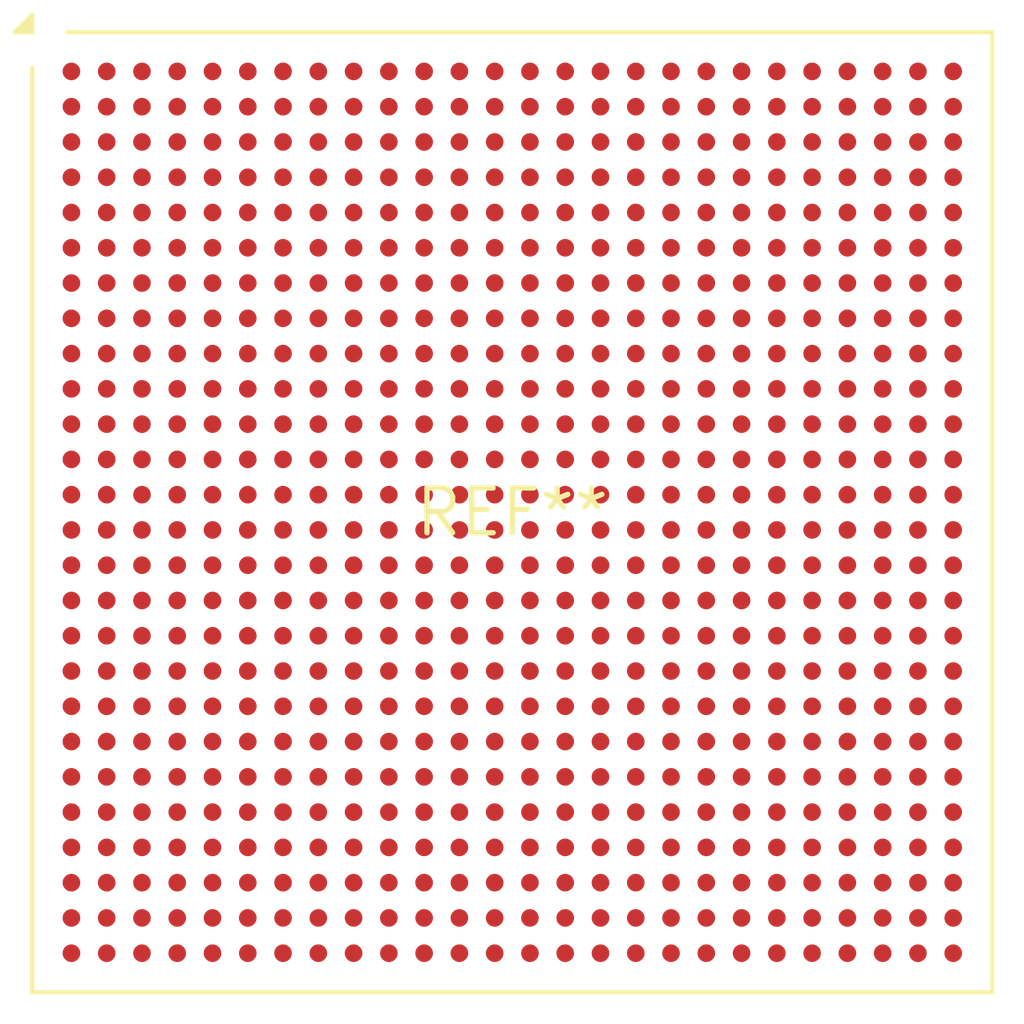
<source format=kicad_pcb>
(kicad_pcb (version 20240108) (generator pcbnew)
  (layers (0 "F.Cu" signal) (31 "B.Cu" signal) (34 "B.Paste" user) (35 "F.Paste" user) (36 "B.SilkS" user "B.Silkscreen") (37 "F.SilkS" user "F.Silkscreen") (38 "B.Mask" user) (39 "F.Mask" user) (44 "Edge.Cuts" user))
  (net 0 "")
  (footprint "Xilinx_FGGA676" (layer "F.Cu") (at 0 0)
    (property "Reference" "REF**")
    (property "Value" "Xilinx_FGGA676")
    (pad "A1" smd circle (at -12.5 -12.5) (size 0.5 0.5) (property pad_prop_bga) (layers "F.Cu" "F.Paste" "F.Mask"))
    (pad "A2" smd circle (at -11.5 -12.5) (size 0.5 0.5) (property pad_prop_bga) (layers "F.Cu" "F.Paste" "F.Mask"))
    (pad "A3" smd circle (at -10.5 -12.5) (size 0.5 0.5) (property pad_prop_bga) (layers "F.Cu" "F.Paste" "F.Mask"))
    (pad "A4" smd circle (at -9.5 -12.5) (size 0.5 0.5) (property pad_prop_bga) (layers "F.Cu" "F.Paste" "F.Mask"))
    (pad "A5" smd circle (at -8.5 -12.5) (size 0.5 0.5) (property pad_prop_bga) (layers "F.Cu" "F.Paste" "F.Mask"))
    (pad "A6" smd circle (at -7.5 -12.5) (size 0.5 0.5) (property pad_prop_bga) (layers "F.Cu" "F.Paste" "F.Mask"))
    (pad "A7" smd circle (at -6.5 -12.5) (size 0.5 0.5) (property pad_prop_bga) (layers "F.Cu" "F.Paste" "F.Mask"))
    (pad "A8" smd circle (at -5.5 -12.5) (size 0.5 0.5) (property pad_prop_bga) (layers "F.Cu" "F.Paste" "F.Mask"))
    (pad "A9" smd circle (at -4.5 -12.5) (size 0.5 0.5) (property pad_prop_bga) (layers "F.Cu" "F.Paste" "F.Mask"))
    (pad "A10" smd circle (at -3.5 -12.5) (size 0.5 0.5) (property pad_prop_bga) (layers "F.Cu" "F.Paste" "F.Mask"))
    (pad "A11" smd circle (at -2.5 -12.5) (size 0.5 0.5) (property pad_prop_bga) (layers "F.Cu" "F.Paste" "F.Mask"))
    (pad "A12" smd circle (at -1.5 -12.5) (size 0.5 0.5) (property pad_prop_bga) (layers "F.Cu" "F.Paste" "F.Mask"))
    (pad "A13" smd circle (at -0.5 -12.5) (size 0.5 0.5) (property pad_prop_bga) (layers "F.Cu" "F.Paste" "F.Mask"))
    (pad "A14" smd circle (at 0.5 -12.5) (size 0.5 0.5) (property pad_prop_bga) (layers "F.Cu" "F.Paste" "F.Mask"))
    (pad "A15" smd circle (at 1.5 -12.5) (size 0.5 0.5) (property pad_prop_bga) (layers "F.Cu" "F.Paste" "F.Mask"))
    (pad "A16" smd circle (at 2.5 -12.5) (size 0.5 0.5) (property pad_prop_bga) (layers "F.Cu" "F.Paste" "F.Mask"))
    (pad "A17" smd circle (at 3.5 -12.5) (size 0.5 0.5) (property pad_prop_bga) (layers "F.Cu" "F.Paste" "F.Mask"))
    (pad "A18" smd circle (at 4.5 -12.5) (size 0.5 0.5) (property pad_prop_bga) (layers "F.Cu" "F.Paste" "F.Mask"))
    (pad "A19" smd circle (at 5.5 -12.5) (size 0.5 0.5) (property pad_prop_bga) (layers "F.Cu" "F.Paste" "F.Mask"))
    (pad "A20" smd circle (at 6.5 -12.5) (size 0.5 0.5) (property pad_prop_bga) (layers "F.Cu" "F.Paste" "F.Mask"))
    (pad "A21" smd circle (at 7.5 -12.5) (size 0.5 0.5) (property pad_prop_bga) (layers "F.Cu" "F.Paste" "F.Mask"))
    (pad "A22" smd circle (at 8.5 -12.5) (size 0.5 0.5) (property pad_prop_bga) (layers "F.Cu" "F.Paste" "F.Mask"))
    (pad "A23" smd circle (at 9.5 -12.5) (size 0.5 0.5) (property pad_prop_bga) (layers "F.Cu" "F.Paste" "F.Mask"))
    (pad "A24" smd circle (at 10.5 -12.5) (size 0.5 0.5) (property pad_prop_bga) (layers "F.Cu" "F.Paste" "F.Mask"))
    (pad "A25" smd circle (at 11.5 -12.5) (size 0.5 0.5) (property pad_prop_bga) (layers "F.Cu" "F.Paste" "F.Mask"))
    (pad "A26" smd circle (at 12.5 -12.5) (size 0.5 0.5) (property pad_prop_bga) (layers "F.Cu" "F.Paste" "F.Mask"))
    (pad "AA1" smd circle (at -12.5 7.5) (size 0.5 0.5) (property pad_prop_bga) (layers "F.Cu" "F.Paste" "F.Mask"))
    (pad "AA2" smd circle (at -11.5 7.5) (size 0.5 0.5) (property pad_prop_bga) (layers "F.Cu" "F.Paste" "F.Mask"))
    (pad "AA3" smd circle (at -10.5 7.5) (size 0.5 0.5) (property pad_prop_bga) (layers "F.Cu" "F.Paste" "F.Mask"))
    (pad "AA4" smd circle (at -9.5 7.5) (size 0.5 0.5) (property pad_prop_bga) (layers "F.Cu" "F.Paste" "F.Mask"))
    (pad "AA5" smd circle (at -8.5 7.5) (size 0.5 0.5) (property pad_prop_bga) (layers "F.Cu" "F.Paste" "F.Mask"))
    (pad "AA6" smd circle (at -7.5 7.5) (size 0.5 0.5) (property pad_prop_bga) (layers "F.Cu" "F.Paste" "F.Mask"))
    (pad "AA7" smd circle (at -6.5 7.5) (size 0.5 0.5) (property pad_prop_bga) (layers "F.Cu" "F.Paste" "F.Mask"))
    (pad "AA8" smd circle (at -5.5 7.5) (size 0.5 0.5) (property pad_prop_bga) (layers "F.Cu" "F.Paste" "F.Mask"))
    (pad "AA9" smd circle (at -4.5 7.5) (size 0.5 0.5) (property pad_prop_bga) (layers "F.Cu" "F.Paste" "F.Mask"))
    (pad "AA10" smd circle (at -3.5 7.5) (size 0.5 0.5) (property pad_prop_bga) (layers "F.Cu" "F.Paste" "F.Mask"))
    (pad "AA11" smd circle (at -2.5 7.5) (size 0.5 0.5) (property pad_prop_bga) (layers "F.Cu" "F.Paste" "F.Mask"))
    (pad "AA12" smd circle (at -1.5 7.5) (size 0.5 0.5) (property pad_prop_bga) (layers "F.Cu" "F.Paste" "F.Mask"))
    (pad "AA13" smd circle (at -0.5 7.5) (size 0.5 0.5) (property pad_prop_bga) (layers "F.Cu" "F.Paste" "F.Mask"))
    (pad "AA14" smd circle (at 0.5 7.5) (size 0.5 0.5) (property pad_prop_bga) (layers "F.Cu" "F.Paste" "F.Mask"))
    (pad "AA15" smd circle (at 1.5 7.5) (size 0.5 0.5) (property pad_prop_bga) (layers "F.Cu" "F.Paste" "F.Mask"))
    (pad "AA16" smd circle (at 2.5 7.5) (size 0.5 0.5) (property pad_prop_bga) (layers "F.Cu" "F.Paste" "F.Mask"))
    (pad "AA17" smd circle (at 3.5 7.5) (size 0.5 0.5) (property pad_prop_bga) (layers "F.Cu" "F.Paste" "F.Mask"))
    (pad "AA18" smd circle (at 4.5 7.5) (size 0.5 0.5) (property pad_prop_bga) (layers "F.Cu" "F.Paste" "F.Mask"))
    (pad "AA19" smd circle (at 5.5 7.5) (size 0.5 0.5) (property pad_prop_bga) (layers "F.Cu" "F.Paste" "F.Mask"))
    (pad "AA20" smd circle (at 6.5 7.5) (size 0.5 0.5) (property pad_prop_bga) (layers "F.Cu" "F.Paste" "F.Mask"))
    (pad "AA21" smd circle (at 7.5 7.5) (size 0.5 0.5) (property pad_prop_bga) (layers "F.Cu" "F.Paste" "F.Mask"))
    (pad "AA22" smd circle (at 8.5 7.5) (size 0.5 0.5) (property pad_prop_bga) (layers "F.Cu" "F.Paste" "F.Mask"))
    (pad "AA23" smd circle (at 9.5 7.5) (size 0.5 0.5) (property pad_prop_bga) (layers "F.Cu" "F.Paste" "F.Mask"))
    (pad "AA24" smd circle (at 10.5 7.5) (size 0.5 0.5) (property pad_prop_bga) (layers "F.Cu" "F.Paste" "F.Mask"))
    (pad "AA25" smd circle (at 11.5 7.5) (size 0.5 0.5) (property pad_prop_bga) (layers "F.Cu" "F.Paste" "F.Mask"))
    (pad "AA26" smd circle (at 12.5 7.5) (size 0.5 0.5) (property pad_prop_bga) (layers "F.Cu" "F.Paste" "F.Mask"))
    (pad "AB1" smd circle (at -12.5 8.5) (size 0.5 0.5) (property pad_prop_bga) (layers "F.Cu" "F.Paste" "F.Mask"))
    (pad "AB2" smd circle (at -11.5 8.5) (size 0.5 0.5) (property pad_prop_bga) (layers "F.Cu" "F.Paste" "F.Mask"))
    (pad "AB3" smd circle (at -10.5 8.5) (size 0.5 0.5) (property pad_prop_bga) (layers "F.Cu" "F.Paste" "F.Mask"))
    (pad "AB4" smd circle (at -9.5 8.5) (size 0.5 0.5) (property pad_prop_bga) (layers "F.Cu" "F.Paste" "F.Mask"))
    (pad "AB5" smd circle (at -8.5 8.5) (size 0.5 0.5) (property pad_prop_bga) (layers "F.Cu" "F.Paste" "F.Mask"))
    (pad "AB6" smd circle (at -7.5 8.5) (size 0.5 0.5) (property pad_prop_bga) (layers "F.Cu" "F.Paste" "F.Mask"))
    (pad "AB7" smd circle (at -6.5 8.5) (size 0.5 0.5) (property pad_prop_bga) (layers "F.Cu" "F.Paste" "F.Mask"))
    (pad "AB8" smd circle (at -5.5 8.5) (size 0.5 0.5) (property pad_prop_bga) (layers "F.Cu" "F.Paste" "F.Mask"))
    (pad "AB9" smd circle (at -4.5 8.5) (size 0.5 0.5) (property pad_prop_bga) (layers "F.Cu" "F.Paste" "F.Mask"))
    (pad "AB10" smd circle (at -3.5 8.5) (size 0.5 0.5) (property pad_prop_bga) (layers "F.Cu" "F.Paste" "F.Mask"))
    (pad "AB11" smd circle (at -2.5 8.5) (size 0.5 0.5) (property pad_prop_bga) (layers "F.Cu" "F.Paste" "F.Mask"))
    (pad "AB12" smd circle (at -1.5 8.5) (size 0.5 0.5) (property pad_prop_bga) (layers "F.Cu" "F.Paste" "F.Mask"))
    (pad "AB13" smd circle (at -0.5 8.5) (size 0.5 0.5) (property pad_prop_bga) (layers "F.Cu" "F.Paste" "F.Mask"))
    (pad "AB14" smd circle (at 0.5 8.5) (size 0.5 0.5) (property pad_prop_bga) (layers "F.Cu" "F.Paste" "F.Mask"))
    (pad "AB15" smd circle (at 1.5 8.5) (size 0.5 0.5) (property pad_prop_bga) (layers "F.Cu" "F.Paste" "F.Mask"))
    (pad "AB16" smd circle (at 2.5 8.5) (size 0.5 0.5) (property pad_prop_bga) (layers "F.Cu" "F.Paste" "F.Mask"))
    (pad "AB17" smd circle (at 3.5 8.5) (size 0.5 0.5) (property pad_prop_bga) (layers "F.Cu" "F.Paste" "F.Mask"))
    (pad "AB18" smd circle (at 4.5 8.5) (size 0.5 0.5) (property pad_prop_bga) (layers "F.Cu" "F.Paste" "F.Mask"))
    (pad "AB19" smd circle (at 5.5 8.5) (size 0.5 0.5) (property pad_prop_bga) (layers "F.Cu" "F.Paste" "F.Mask"))
    (pad "AB20" smd circle (at 6.5 8.5) (size 0.5 0.5) (property pad_prop_bga) (layers "F.Cu" "F.Paste" "F.Mask"))
    (pad "AB21" smd circle (at 7.5 8.5) (size 0.5 0.5) (property pad_prop_bga) (layers "F.Cu" "F.Paste" "F.Mask"))
    (pad "AB22" smd circle (at 8.5 8.5) (size 0.5 0.5) (property pad_prop_bga) (layers "F.Cu" "F.Paste" "F.Mask"))
    (pad "AB23" smd circle (at 9.5 8.5) (size 0.5 0.5) (property pad_prop_bga) (layers "F.Cu" "F.Paste" "F.Mask"))
    (pad "AB24" smd circle (at 10.5 8.5) (size 0.5 0.5) (property pad_prop_bga) (layers "F.Cu" "F.Paste" "F.Mask"))
    (pad "AB25" smd circle (at 11.5 8.5) (size 0.5 0.5) (property pad_prop_bga) (layers "F.Cu" "F.Paste" "F.Mask"))
    (pad "AB26" smd circle (at 12.5 8.5) (size 0.5 0.5) (property pad_prop_bga) (layers "F.Cu" "F.Paste" "F.Mask"))
    (pad "AC1" smd circle (at -12.5 9.5) (size 0.5 0.5) (property pad_prop_bga) (layers "F.Cu" "F.Paste" "F.Mask"))
    (pad "AC2" smd circle (at -11.5 9.5) (size 0.5 0.5) (property pad_prop_bga) (layers "F.Cu" "F.Paste" "F.Mask"))
    (pad "AC3" smd circle (at -10.5 9.5) (size 0.5 0.5) (property pad_prop_bga) (layers "F.Cu" "F.Paste" "F.Mask"))
    (pad "AC4" smd circle (at -9.5 9.5) (size 0.5 0.5) (property pad_prop_bga) (layers "F.Cu" "F.Paste" "F.Mask"))
    (pad "AC5" smd circle (at -8.5 9.5) (size 0.5 0.5) (property pad_prop_bga) (layers "F.Cu" "F.Paste" "F.Mask"))
    (pad "AC6" smd circle (at -7.5 9.5) (size 0.5 0.5) (property pad_prop_bga) (layers "F.Cu" "F.Paste" "F.Mask"))
    (pad "AC7" smd circle (at -6.5 9.5) (size 0.5 0.5) (property pad_prop_bga) (layers "F.Cu" "F.Paste" "F.Mask"))
    (pad "AC8" smd circle (at -5.5 9.5) (size 0.5 0.5) (property pad_prop_bga) (layers "F.Cu" "F.Paste" "F.Mask"))
    (pad "AC9" smd circle (at -4.5 9.5) (size 0.5 0.5) (property pad_prop_bga) (layers "F.Cu" "F.Paste" "F.Mask"))
    (pad "AC10" smd circle (at -3.5 9.5) (size 0.5 0.5) (property pad_prop_bga) (layers "F.Cu" "F.Paste" "F.Mask"))
    (pad "AC11" smd circle (at -2.5 9.5) (size 0.5 0.5) (property pad_prop_bga) (layers "F.Cu" "F.Paste" "F.Mask"))
    (pad "AC12" smd circle (at -1.5 9.5) (size 0.5 0.5) (property pad_prop_bga) (layers "F.Cu" "F.Paste" "F.Mask"))
    (pad "AC13" smd circle (at -0.5 9.5) (size 0.5 0.5) (property pad_prop_bga) (layers "F.Cu" "F.Paste" "F.Mask"))
    (pad "AC14" smd circle (at 0.5 9.5) (size 0.5 0.5) (property pad_prop_bga) (layers "F.Cu" "F.Paste" "F.Mask"))
    (pad "AC15" smd circle (at 1.5 9.5) (size 0.5 0.5) (property pad_prop_bga) (layers "F.Cu" "F.Paste" "F.Mask"))
    (pad "AC16" smd circle (at 2.5 9.5) (size 0.5 0.5) (property pad_prop_bga) (layers "F.Cu" "F.Paste" "F.Mask"))
    (pad "AC17" smd circle (at 3.5 9.5) (size 0.5 0.5) (property pad_prop_bga) (layers "F.Cu" "F.Paste" "F.Mask"))
    (pad "AC18" smd circle (at 4.5 9.5) (size 0.5 0.5) (property pad_prop_bga) (layers "F.Cu" "F.Paste" "F.Mask"))
    (pad "AC19" smd circle (at 5.5 9.5) (size 0.5 0.5) (property pad_prop_bga) (layers "F.Cu" "F.Paste" "F.Mask"))
    (pad "AC20" smd circle (at 6.5 9.5) (size 0.5 0.5) (property pad_prop_bga) (layers "F.Cu" "F.Paste" "F.Mask"))
    (pad "AC21" smd circle (at 7.5 9.5) (size 0.5 0.5) (property pad_prop_bga) (layers "F.Cu" "F.Paste" "F.Mask"))
    (pad "AC22" smd circle (at 8.5 9.5) (size 0.5 0.5) (property pad_prop_bga) (layers "F.Cu" "F.Paste" "F.Mask"))
    (pad "AC23" smd circle (at 9.5 9.5) (size 0.5 0.5) (property pad_prop_bga) (layers "F.Cu" "F.Paste" "F.Mask"))
    (pad "AC24" smd circle (at 10.5 9.5) (size 0.5 0.5) (property pad_prop_bga) (layers "F.Cu" "F.Paste" "F.Mask"))
    (pad "AC25" smd circle (at 11.5 9.5) (size 0.5 0.5) (property pad_prop_bga) (layers "F.Cu" "F.Paste" "F.Mask"))
    (pad "AC26" smd circle (at 12.5 9.5) (size 0.5 0.5) (property pad_prop_bga) (layers "F.Cu" "F.Paste" "F.Mask"))
    (pad "AD1" smd circle (at -12.5 10.5) (size 0.5 0.5) (property pad_prop_bga) (layers "F.Cu" "F.Paste" "F.Mask"))
    (pad "AD2" smd circle (at -11.5 10.5) (size 0.5 0.5) (property pad_prop_bga) (layers "F.Cu" "F.Paste" "F.Mask"))
    (pad "AD3" smd circle (at -10.5 10.5) (size 0.5 0.5) (property pad_prop_bga) (layers "F.Cu" "F.Paste" "F.Mask"))
    (pad "AD4" smd circle (at -9.5 10.5) (size 0.5 0.5) (property pad_prop_bga) (layers "F.Cu" "F.Paste" "F.Mask"))
    (pad "AD5" smd circle (at -8.5 10.5) (size 0.5 0.5) (property pad_prop_bga) (layers "F.Cu" "F.Paste" "F.Mask"))
    (pad "AD6" smd circle (at -7.5 10.5) (size 0.5 0.5) (property pad_prop_bga) (layers "F.Cu" "F.Paste" "F.Mask"))
    (pad "AD7" smd circle (at -6.5 10.5) (size 0.5 0.5) (property pad_prop_bga) (layers "F.Cu" "F.Paste" "F.Mask"))
    (pad "AD8" smd circle (at -5.5 10.5) (size 0.5 0.5) (property pad_prop_bga) (layers "F.Cu" "F.Paste" "F.Mask"))
    (pad "AD9" smd circle (at -4.5 10.5) (size 0.5 0.5) (property pad_prop_bga) (layers "F.Cu" "F.Paste" "F.Mask"))
    (pad "AD10" smd circle (at -3.5 10.5) (size 0.5 0.5) (property pad_prop_bga) (layers "F.Cu" "F.Paste" "F.Mask"))
    (pad "AD11" smd circle (at -2.5 10.5) (size 0.5 0.5) (property pad_prop_bga) (layers "F.Cu" "F.Paste" "F.Mask"))
    (pad "AD12" smd circle (at -1.5 10.5) (size 0.5 0.5) (property pad_prop_bga) (layers "F.Cu" "F.Paste" "F.Mask"))
    (pad "AD13" smd circle (at -0.5 10.5) (size 0.5 0.5) (property pad_prop_bga) (layers "F.Cu" "F.Paste" "F.Mask"))
    (pad "AD14" smd circle (at 0.5 10.5) (size 0.5 0.5) (property pad_prop_bga) (layers "F.Cu" "F.Paste" "F.Mask"))
    (pad "AD15" smd circle (at 1.5 10.5) (size 0.5 0.5) (property pad_prop_bga) (layers "F.Cu" "F.Paste" "F.Mask"))
    (pad "AD16" smd circle (at 2.5 10.5) (size 0.5 0.5) (property pad_prop_bga) (layers "F.Cu" "F.Paste" "F.Mask"))
    (pad "AD17" smd circle (at 3.5 10.5) (size 0.5 0.5) (property pad_prop_bga) (layers "F.Cu" "F.Paste" "F.Mask"))
    (pad "AD18" smd circle (at 4.5 10.5) (size 0.5 0.5) (property pad_prop_bga) (layers "F.Cu" "F.Paste" "F.Mask"))
    (pad "AD19" smd circle (at 5.5 10.5) (size 0.5 0.5) (property pad_prop_bga) (layers "F.Cu" "F.Paste" "F.Mask"))
    (pad "AD20" smd circle (at 6.5 10.5) (size 0.5 0.5) (property pad_prop_bga) (layers "F.Cu" "F.Paste" "F.Mask"))
    (pad "AD21" smd circle (at 7.5 10.5) (size 0.5 0.5) (property pad_prop_bga) (layers "F.Cu" "F.Paste" "F.Mask"))
    (pad "AD22" smd circle (at 8.5 10.5) (size 0.5 0.5) (property pad_prop_bga) (layers "F.Cu" "F.Paste" "F.Mask"))
    (pad "AD23" smd circle (at 9.5 10.5) (size 0.5 0.5) (property pad_prop_bga) (layers "F.Cu" "F.Paste" "F.Mask"))
    (pad "AD24" smd circle (at 10.5 10.5) (size 0.5 0.5) (property pad_prop_bga) (layers "F.Cu" "F.Paste" "F.Mask"))
    (pad "AD25" smd circle (at 11.5 10.5) (size 0.5 0.5) (property pad_prop_bga) (layers "F.Cu" "F.Paste" "F.Mask"))
    (pad "AD26" smd circle (at 12.5 10.5) (size 0.5 0.5) (property pad_prop_bga) (layers "F.Cu" "F.Paste" "F.Mask"))
    (pad "AE1" smd circle (at -12.5 11.5) (size 0.5 0.5) (property pad_prop_bga) (layers "F.Cu" "F.Paste" "F.Mask"))
    (pad "AE2" smd circle (at -11.5 11.5) (size 0.5 0.5) (property pad_prop_bga) (layers "F.Cu" "F.Paste" "F.Mask"))
    (pad "AE3" smd circle (at -10.5 11.5) (size 0.5 0.5) (property pad_prop_bga) (layers "F.Cu" "F.Paste" "F.Mask"))
    (pad "AE4" smd circle (at -9.5 11.5) (size 0.5 0.5) (property pad_prop_bga) (layers "F.Cu" "F.Paste" "F.Mask"))
    (pad "AE5" smd circle (at -8.5 11.5) (size 0.5 0.5) (property pad_prop_bga) (layers "F.Cu" "F.Paste" "F.Mask"))
    (pad "AE6" smd circle (at -7.5 11.5) (size 0.5 0.5) (property pad_prop_bga) (layers "F.Cu" "F.Paste" "F.Mask"))
    (pad "AE7" smd circle (at -6.5 11.5) (size 0.5 0.5) (property pad_prop_bga) (layers "F.Cu" "F.Paste" "F.Mask"))
    (pad "AE8" smd circle (at -5.5 11.5) (size 0.5 0.5) (property pad_prop_bga) (layers "F.Cu" "F.Paste" "F.Mask"))
    (pad "AE9" smd circle (at -4.5 11.5) (size 0.5 0.5) (property pad_prop_bga) (layers "F.Cu" "F.Paste" "F.Mask"))
    (pad "AE10" smd circle (at -3.5 11.5) (size 0.5 0.5) (property pad_prop_bga) (layers "F.Cu" "F.Paste" "F.Mask"))
    (pad "AE11" smd circle (at -2.5 11.5) (size 0.5 0.5) (property pad_prop_bga) (layers "F.Cu" "F.Paste" "F.Mask"))
    (pad "AE12" smd circle (at -1.5 11.5) (size 0.5 0.5) (property pad_prop_bga) (layers "F.Cu" "F.Paste" "F.Mask"))
    (pad "AE13" smd circle (at -0.5 11.5) (size 0.5 0.5) (property pad_prop_bga) (layers "F.Cu" "F.Paste" "F.Mask"))
    (pad "AE14" smd circle (at 0.5 11.5) (size 0.5 0.5) (property pad_prop_bga) (layers "F.Cu" "F.Paste" "F.Mask"))
    (pad "AE15" smd circle (at 1.5 11.5) (size 0.5 0.5) (property pad_prop_bga) (layers "F.Cu" "F.Paste" "F.Mask"))
    (pad "AE16" smd circle (at 2.5 11.5) (size 0.5 0.5) (property pad_prop_bga) (layers "F.Cu" "F.Paste" "F.Mask"))
    (pad "AE17" smd circle (at 3.5 11.5) (size 0.5 0.5) (property pad_prop_bga) (layers "F.Cu" "F.Paste" "F.Mask"))
    (pad "AE18" smd circle (at 4.5 11.5) (size 0.5 0.5) (property pad_prop_bga) (layers "F.Cu" "F.Paste" "F.Mask"))
    (pad "AE19" smd circle (at 5.5 11.5) (size 0.5 0.5) (property pad_prop_bga) (layers "F.Cu" "F.Paste" "F.Mask"))
    (pad "AE20" smd circle (at 6.5 11.5) (size 0.5 0.5) (property pad_prop_bga) (layers "F.Cu" "F.Paste" "F.Mask"))
    (pad "AE21" smd circle (at 7.5 11.5) (size 0.5 0.5) (property pad_prop_bga) (layers "F.Cu" "F.Paste" "F.Mask"))
    (pad "AE22" smd circle (at 8.5 11.5) (size 0.5 0.5) (property pad_prop_bga) (layers "F.Cu" "F.Paste" "F.Mask"))
    (pad "AE23" smd circle (at 9.5 11.5) (size 0.5 0.5) (property pad_prop_bga) (layers "F.Cu" "F.Paste" "F.Mask"))
    (pad "AE24" smd circle (at 10.5 11.5) (size 0.5 0.5) (property pad_prop_bga) (layers "F.Cu" "F.Paste" "F.Mask"))
    (pad "AE25" smd circle (at 11.5 11.5) (size 0.5 0.5) (property pad_prop_bga) (layers "F.Cu" "F.Paste" "F.Mask"))
    (pad "AE26" smd circle (at 12.5 11.5) (size 0.5 0.5) (property pad_prop_bga) (layers "F.Cu" "F.Paste" "F.Mask"))
    (pad "AF1" smd circle (at -12.5 12.5) (size 0.5 0.5) (property pad_prop_bga) (layers "F.Cu" "F.Paste" "F.Mask"))
    (pad "AF2" smd circle (at -11.5 12.5) (size 0.5 0.5) (property pad_prop_bga) (layers "F.Cu" "F.Paste" "F.Mask"))
    (pad "AF3" smd circle (at -10.5 12.5) (size 0.5 0.5) (property pad_prop_bga) (layers "F.Cu" "F.Paste" "F.Mask"))
    (pad "AF4" smd circle (at -9.5 12.5) (size 0.5 0.5) (property pad_prop_bga) (layers "F.Cu" "F.Paste" "F.Mask"))
    (pad "AF5" smd circle (at -8.5 12.5) (size 0.5 0.5) (property pad_prop_bga) (layers "F.Cu" "F.Paste" "F.Mask"))
    (pad "AF6" smd circle (at -7.5 12.5) (size 0.5 0.5) (property pad_prop_bga) (layers "F.Cu" "F.Paste" "F.Mask"))
    (pad "AF7" smd circle (at -6.5 12.5) (size 0.5 0.5) (property pad_prop_bga) (layers "F.Cu" "F.Paste" "F.Mask"))
    (pad "AF8" smd circle (at -5.5 12.5) (size 0.5 0.5) (property pad_prop_bga) (layers "F.Cu" "F.Paste" "F.Mask"))
    (pad "AF9" smd circle (at -4.5 12.5) (size 0.5 0.5) (property pad_prop_bga) (layers "F.Cu" "F.Paste" "F.Mask"))
    (pad "AF10" smd circle (at -3.5 12.5) (size 0.5 0.5) (property pad_prop_bga) (layers "F.Cu" "F.Paste" "F.Mask"))
    (pad "AF11" smd circle (at -2.5 12.5) (size 0.5 0.5) (property pad_prop_bga) (layers "F.Cu" "F.Paste" "F.Mask"))
    (pad "AF12" smd circle (at -1.5 12.5) (size 0.5 0.5) (property pad_prop_bga) (layers "F.Cu" "F.Paste" "F.Mask"))
    (pad "AF13" smd circle (at -0.5 12.5) (size 0.5 0.5) (property pad_prop_bga) (layers "F.Cu" "F.Paste" "F.Mask"))
    (pad "AF14" smd circle (at 0.5 12.5) (size 0.5 0.5) (property pad_prop_bga) (layers "F.Cu" "F.Paste" "F.Mask"))
    (pad "AF15" smd circle (at 1.5 12.5) (size 0.5 0.5) (property pad_prop_bga) (layers "F.Cu" "F.Paste" "F.Mask"))
    (pad "AF16" smd circle (at 2.5 12.5) (size 0.5 0.5) (property pad_prop_bga) (layers "F.Cu" "F.Paste" "F.Mask"))
    (pad "AF17" smd circle (at 3.5 12.5) (size 0.5 0.5) (property pad_prop_bga) (layers "F.Cu" "F.Paste" "F.Mask"))
    (pad "AF18" smd circle (at 4.5 12.5) (size 0.5 0.5) (property pad_prop_bga) (layers "F.Cu" "F.Paste" "F.Mask"))
    (pad "AF19" smd circle (at 5.5 12.5) (size 0.5 0.5) (property pad_prop_bga) (layers "F.Cu" "F.Paste" "F.Mask"))
    (pad "AF20" smd circle (at 6.5 12.5) (size 0.5 0.5) (property pad_prop_bga) (layers "F.Cu" "F.Paste" "F.Mask"))
    (pad "AF21" smd circle (at 7.5 12.5) (size 0.5 0.5) (property pad_prop_bga) (layers "F.Cu" "F.Paste" "F.Mask"))
    (pad "AF22" smd circle (at 8.5 12.5) (size 0.5 0.5) (property pad_prop_bga) (layers "F.Cu" "F.Paste" "F.Mask"))
    (pad "AF23" smd circle (at 9.5 12.5) (size 0.5 0.5) (property pad_prop_bga) (layers "F.Cu" "F.Paste" "F.Mask"))
    (pad "AF24" smd circle (at 10.5 12.5) (size 0.5 0.5) (property pad_prop_bga) (layers "F.Cu" "F.Paste" "F.Mask"))
    (pad "AF25" smd circle (at 11.5 12.5) (size 0.5 0.5) (property pad_prop_bga) (layers "F.Cu" "F.Paste" "F.Mask"))
    (pad "AF26" smd circle (at 12.5 12.5) (size 0.5 0.5) (property pad_prop_bga) (layers "F.Cu" "F.Paste" "F.Mask"))
    (pad "B1" smd circle (at -12.5 -11.5) (size 0.5 0.5) (property pad_prop_bga) (layers "F.Cu" "F.Paste" "F.Mask"))
    (pad "B2" smd circle (at -11.5 -11.5) (size 0.5 0.5) (property pad_prop_bga) (layers "F.Cu" "F.Paste" "F.Mask"))
    (pad "B3" smd circle (at -10.5 -11.5) (size 0.5 0.5) (property pad_prop_bga) (layers "F.Cu" "F.Paste" "F.Mask"))
    (pad "B4" smd circle (at -9.5 -11.5) (size 0.5 0.5) (property pad_prop_bga) (layers "F.Cu" "F.Paste" "F.Mask"))
    (pad "B5" smd circle (at -8.5 -11.5) (size 0.5 0.5) (property pad_prop_bga) (layers "F.Cu" "F.Paste" "F.Mask"))
    (pad "B6" smd circle (at -7.5 -11.5) (size 0.5 0.5) (property pad_prop_bga) (layers "F.Cu" "F.Paste" "F.Mask"))
    (pad "B7" smd circle (at -6.5 -11.5) (size 0.5 0.5) (property pad_prop_bga) (layers "F.Cu" "F.Paste" "F.Mask"))
    (pad "B8" smd circle (at -5.5 -11.5) (size 0.5 0.5) (property pad_prop_bga) (layers "F.Cu" "F.Paste" "F.Mask"))
    (pad "B9" smd circle (at -4.5 -11.5) (size 0.5 0.5) (property pad_prop_bga) (layers "F.Cu" "F.Paste" "F.Mask"))
    (pad "B10" smd circle (at -3.5 -11.5) (size 0.5 0.5) (property pad_prop_bga) (layers "F.Cu" "F.Paste" "F.Mask"))
    (pad "B11" smd circle (at -2.5 -11.5) (size 0.5 0.5) (property pad_prop_bga) (layers "F.Cu" "F.Paste" "F.Mask"))
    (pad "B12" smd circle (at -1.5 -11.5) (size 0.5 0.5) (property pad_prop_bga) (layers "F.Cu" "F.Paste" "F.Mask"))
    (pad "B13" smd circle (at -0.5 -11.5) (size 0.5 0.5) (property pad_prop_bga) (layers "F.Cu" "F.Paste" "F.Mask"))
    (pad "B14" smd circle (at 0.5 -11.5) (size 0.5 0.5) (property pad_prop_bga) (layers "F.Cu" "F.Paste" "F.Mask"))
    (pad "B15" smd circle (at 1.5 -11.5) (size 0.5 0.5) (property pad_prop_bga) (layers "F.Cu" "F.Paste" "F.Mask"))
    (pad "B16" smd circle (at 2.5 -11.5) (size 0.5 0.5) (property pad_prop_bga) (layers "F.Cu" "F.Paste" "F.Mask"))
    (pad "B17" smd circle (at 3.5 -11.5) (size 0.5 0.5) (property pad_prop_bga) (layers "F.Cu" "F.Paste" "F.Mask"))
    (pad "B18" smd circle (at 4.5 -11.5) (size 0.5 0.5) (property pad_prop_bga) (layers "F.Cu" "F.Paste" "F.Mask"))
    (pad "B19" smd circle (at 5.5 -11.5) (size 0.5 0.5) (property pad_prop_bga) (layers "F.Cu" "F.Paste" "F.Mask"))
    (pad "B20" smd circle (at 6.5 -11.5) (size 0.5 0.5) (property pad_prop_bga) (layers "F.Cu" "F.Paste" "F.Mask"))
    (pad "B21" smd circle (at 7.5 -11.5) (size 0.5 0.5) (property pad_prop_bga) (layers "F.Cu" "F.Paste" "F.Mask"))
    (pad "B22" smd circle (at 8.5 -11.5) (size 0.5 0.5) (property pad_prop_bga) (layers "F.Cu" "F.Paste" "F.Mask"))
    (pad "B23" smd circle (at 9.5 -11.5) (size 0.5 0.5) (property pad_prop_bga) (layers "F.Cu" "F.Paste" "F.Mask"))
    (pad "B24" smd circle (at 10.5 -11.5) (size 0.5 0.5) (property pad_prop_bga) (layers "F.Cu" "F.Paste" "F.Mask"))
    (pad "B25" smd circle (at 11.5 -11.5) (size 0.5 0.5) (property pad_prop_bga) (layers "F.Cu" "F.Paste" "F.Mask"))
    (pad "B26" smd circle (at 12.5 -11.5) (size 0.5 0.5) (property pad_prop_bga) (layers "F.Cu" "F.Paste" "F.Mask"))
    (pad "C1" smd circle (at -12.5 -10.5) (size 0.5 0.5) (property pad_prop_bga) (layers "F.Cu" "F.Paste" "F.Mask"))
    (pad "C2" smd circle (at -11.5 -10.5) (size 0.5 0.5) (property pad_prop_bga) (layers "F.Cu" "F.Paste" "F.Mask"))
    (pad "C3" smd circle (at -10.5 -10.5) (size 0.5 0.5) (property pad_prop_bga) (layers "F.Cu" "F.Paste" "F.Mask"))
    (pad "C4" smd circle (at -9.5 -10.5) (size 0.5 0.5) (property pad_prop_bga) (layers "F.Cu" "F.Paste" "F.Mask"))
    (pad "C5" smd circle (at -8.5 -10.5) (size 0.5 0.5) (property pad_prop_bga) (layers "F.Cu" "F.Paste" "F.Mask"))
    (pad "C6" smd circle (at -7.5 -10.5) (size 0.5 0.5) (property pad_prop_bga) (layers "F.Cu" "F.Paste" "F.Mask"))
    (pad "C7" smd circle (at -6.5 -10.5) (size 0.5 0.5) (property pad_prop_bga) (layers "F.Cu" "F.Paste" "F.Mask"))
    (pad "C8" smd circle (at -5.5 -10.5) (size 0.5 0.5) (property pad_prop_bga) (layers "F.Cu" "F.Paste" "F.Mask"))
    (pad "C9" smd circle (at -4.5 -10.5) (size 0.5 0.5) (property pad_prop_bga) (layers "F.Cu" "F.Paste" "F.Mask"))
    (pad "C10" smd circle (at -3.5 -10.5) (size 0.5 0.5) (property pad_prop_bga) (layers "F.Cu" "F.Paste" "F.Mask"))
    (pad "C11" smd circle (at -2.5 -10.5) (size 0.5 0.5) (property pad_prop_bga) (layers "F.Cu" "F.Paste" "F.Mask"))
    (pad "C12" smd circle (at -1.5 -10.5) (size 0.5 0.5) (property pad_prop_bga) (layers "F.Cu" "F.Paste" "F.Mask"))
    (pad "C13" smd circle (at -0.5 -10.5) (size 0.5 0.5) (property pad_prop_bga) (layers "F.Cu" "F.Paste" "F.Mask"))
    (pad "C14" smd circle (at 0.5 -10.5) (size 0.5 0.5) (property pad_prop_bga) (layers "F.Cu" "F.Paste" "F.Mask"))
    (pad "C15" smd circle (at 1.5 -10.5) (size 0.5 0.5) (property pad_prop_bga) (layers "F.Cu" "F.Paste" "F.Mask"))
    (pad "C16" smd circle (at 2.5 -10.5) (size 0.5 0.5) (property pad_prop_bga) (layers "F.Cu" "F.Paste" "F.Mask"))
    (pad "C17" smd circle (at 3.5 -10.5) (size 0.5 0.5) (property pad_prop_bga) (layers "F.Cu" "F.Paste" "F.Mask"))
    (pad "C18" smd circle (at 4.5 -10.5) (size 0.5 0.5) (property pad_prop_bga) (layers "F.Cu" "F.Paste" "F.Mask"))
    (pad "C19" smd circle (at 5.5 -10.5) (size 0.5 0.5) (property pad_prop_bga) (layers "F.Cu" "F.Paste" "F.Mask"))
    (pad "C20" smd circle (at 6.5 -10.5) (size 0.5 0.5) (property pad_prop_bga) (layers "F.Cu" "F.Paste" "F.Mask"))
    (pad "C21" smd circle (at 7.5 -10.5) (size 0.5 0.5) (property pad_prop_bga) (layers "F.Cu" "F.Paste" "F.Mask"))
    (pad "C22" smd circle (at 8.5 -10.5) (size 0.5 0.5) (property pad_prop_bga) (layers "F.Cu" "F.Paste" "F.Mask"))
    (pad "C23" smd circle (at 9.5 -10.5) (size 0.5 0.5) (property pad_prop_bga) (layers "F.Cu" "F.Paste" "F.Mask"))
    (pad "C24" smd circle (at 10.5 -10.5) (size 0.5 0.5) (property pad_prop_bga) (layers "F.Cu" "F.Paste" "F.Mask"))
    (pad "C25" smd circle (at 11.5 -10.5) (size 0.5 0.5) (property pad_prop_bga) (layers "F.Cu" "F.Paste" "F.Mask"))
    (pad "C26" smd circle (at 12.5 -10.5) (size 0.5 0.5) (property pad_prop_bga) (layers "F.Cu" "F.Paste" "F.Mask"))
    (pad "D1" smd circle (at -12.5 -9.5) (size 0.5 0.5) (property pad_prop_bga) (layers "F.Cu" "F.Paste" "F.Mask"))
    (pad "D2" smd circle (at -11.5 -9.5) (size 0.5 0.5) (property pad_prop_bga) (layers "F.Cu" "F.Paste" "F.Mask"))
    (pad "D3" smd circle (at -10.5 -9.5) (size 0.5 0.5) (property pad_prop_bga) (layers "F.Cu" "F.Paste" "F.Mask"))
    (pad "D4" smd circle (at -9.5 -9.5) (size 0.5 0.5) (property pad_prop_bga) (layers "F.Cu" "F.Paste" "F.Mask"))
    (pad "D5" smd circle (at -8.5 -9.5) (size 0.5 0.5) (property pad_prop_bga) (layers "F.Cu" "F.Paste" "F.Mask"))
    (pad "D6" smd circle (at -7.5 -9.5) (size 0.5 0.5) (property pad_prop_bga) (layers "F.Cu" "F.Paste" "F.Mask"))
    (pad "D7" smd circle (at -6.5 -9.5) (size 0.5 0.5) (property pad_prop_bga) (layers "F.Cu" "F.Paste" "F.Mask"))
    (pad "D8" smd circle (at -5.5 -9.5) (size 0.5 0.5) (property pad_prop_bga) (layers "F.Cu" "F.Paste" "F.Mask"))
    (pad "D9" smd circle (at -4.5 -9.5) (size 0.5 0.5) (property pad_prop_bga) (layers "F.Cu" "F.Paste" "F.Mask"))
    (pad "D10" smd circle (at -3.5 -9.5) (size 0.5 0.5) (property pad_prop_bga) (layers "F.Cu" "F.Paste" "F.Mask"))
    (pad "D11" smd circle (at -2.5 -9.5) (size 0.5 0.5) (property pad_prop_bga) (layers "F.Cu" "F.Paste" "F.Mask"))
    (pad "D12" smd circle (at -1.5 -9.5) (size 0.5 0.5) (property pad_prop_bga) (layers "F.Cu" "F.Paste" "F.Mask"))
    (pad "D13" smd circle (at -0.5 -9.5) (size 0.5 0.5) (property pad_prop_bga) (layers "F.Cu" "F.Paste" "F.Mask"))
    (pad "D14" smd circle (at 0.5 -9.5) (size 0.5 0.5) (property pad_prop_bga) (layers "F.Cu" "F.Paste" "F.Mask"))
    (pad "D15" smd circle (at 1.5 -9.5) (size 0.5 0.5) (property pad_prop_bga) (layers "F.Cu" "F.Paste" "F.Mask"))
    (pad "D16" smd circle (at 2.5 -9.5) (size 0.5 0.5) (property pad_prop_bga) (layers "F.Cu" "F.Paste" "F.Mask"))
    (pad "D17" smd circle (at 3.5 -9.5) (size 0.5 0.5) (property pad_prop_bga) (layers "F.Cu" "F.Paste" "F.Mask"))
    (pad "D18" smd circle (at 4.5 -9.5) (size 0.5 0.5) (property pad_prop_bga) (layers "F.Cu" "F.Paste" "F.Mask"))
    (pad "D19" smd circle (at 5.5 -9.5) (size 0.5 0.5) (property pad_prop_bga) (layers "F.Cu" "F.Paste" "F.Mask"))
    (pad "D20" smd circle (at 6.5 -9.5) (size 0.5 0.5) (property pad_prop_bga) (layers "F.Cu" "F.Paste" "F.Mask"))
    (pad "D21" smd circle (at 7.5 -9.5) (size 0.5 0.5) (property pad_prop_bga) (layers "F.Cu" "F.Paste" "F.Mask"))
    (pad "D22" smd circle (at 8.5 -9.5) (size 0.5 0.5) (property pad_prop_bga) (layers "F.Cu" "F.Paste" "F.Mask"))
    (pad "D23" smd circle (at 9.5 -9.5) (size 0.5 0.5) (property pad_prop_bga) (layers "F.Cu" "F.Paste" "F.Mask"))
    (pad "D24" smd circle (at 10.5 -9.5) (size 0.5 0.5) (property pad_prop_bga) (layers "F.Cu" "F.Paste" "F.Mask"))
    (pad "D25" smd circle (at 11.5 -9.5) (size 0.5 0.5) (property pad_prop_bga) (layers "F.Cu" "F.Paste" "F.Mask"))
    (pad "D26" smd circle (at 12.5 -9.5) (size 0.5 0.5) (property pad_prop_bga) (layers "F.Cu" "F.Paste" "F.Mask"))
    (pad "E1" smd circle (at -12.5 -8.5) (size 0.5 0.5) (property pad_prop_bga) (layers "F.Cu" "F.Paste" "F.Mask"))
    (pad "E2" smd circle (at -11.5 -8.5) (size 0.5 0.5) (property pad_prop_bga) (layers "F.Cu" "F.Paste" "F.Mask"))
    (pad "E3" smd circle (at -10.5 -8.5) (size 0.5 0.5) (property pad_prop_bga) (layers "F.Cu" "F.Paste" "F.Mask"))
    (pad "E4" smd circle (at -9.5 -8.5) (size 0.5 0.5) (property pad_prop_bga) (layers "F.Cu" "F.Paste" "F.Mask"))
    (pad "E5" smd circle (at -8.5 -8.5) (size 0.5 0.5) (property pad_prop_bga) (layers "F.Cu" "F.Paste" "F.Mask"))
    (pad "E6" smd circle (at -7.5 -8.5) (size 0.5 0.5) (property pad_prop_bga) (layers "F.Cu" "F.Paste" "F.Mask"))
    (pad "E7" smd circle (at -6.5 -8.5) (size 0.5 0.5) (property pad_prop_bga) (layers "F.Cu" "F.Paste" "F.Mask"))
    (pad "E8" smd circle (at -5.5 -8.5) (size 0.5 0.5) (property pad_prop_bga) (layers "F.Cu" "F.Paste" "F.Mask"))
    (pad "E9" smd circle (at -4.5 -8.5) (size 0.5 0.5) (property pad_prop_bga) (layers "F.Cu" "F.Paste" "F.Mask"))
    (pad "E10" smd circle (at -3.5 -8.5) (size 0.5 0.5) (property pad_prop_bga) (layers "F.Cu" "F.Paste" "F.Mask"))
    (pad "E11" smd circle (at -2.5 -8.5) (size 0.5 0.5) (property pad_prop_bga) (layers "F.Cu" "F.Paste" "F.Mask"))
    (pad "E12" smd circle (at -1.5 -8.5) (size 0.5 0.5) (property pad_prop_bga) (layers "F.Cu" "F.Paste" "F.Mask"))
    (pad "E13" smd circle (at -0.5 -8.5) (size 0.5 0.5) (property pad_prop_bga) (layers "F.Cu" "F.Paste" "F.Mask"))
    (pad "E14" smd circle (at 0.5 -8.5) (size 0.5 0.5) (property pad_prop_bga) (layers "F.Cu" "F.Paste" "F.Mask"))
    (pad "E15" smd circle (at 1.5 -8.5) (size 0.5 0.5) (property pad_prop_bga) (layers "F.Cu" "F.Paste" "F.Mask"))
    (pad "E16" smd circle (at 2.5 -8.5) (size 0.5 0.5) (property pad_prop_bga) (layers "F.Cu" "F.Paste" "F.Mask"))
    (pad "E17" smd circle (at 3.5 -8.5) (size 0.5 0.5) (property pad_prop_bga) (layers "F.Cu" "F.Paste" "F.Mask"))
    (pad "E18" smd circle (at 4.5 -8.5) (size 0.5 0.5) (property pad_prop_bga) (layers "F.Cu" "F.Paste" "F.Mask"))
    (pad "E19" smd circle (at 5.5 -8.5) (size 0.5 0.5) (property pad_prop_bga) (layers "F.Cu" "F.Paste" "F.Mask"))
    (pad "E20" smd circle (at 6.5 -8.5) (size 0.5 0.5) (property pad_prop_bga) (layers "F.Cu" "F.Paste" "F.Mask"))
    (pad "E21" smd circle (at 7.5 -8.5) (size 0.5 0.5) (property pad_prop_bga) (layers "F.Cu" "F.Paste" "F.Mask"))
    (pad "E22" smd circle (at 8.5 -8.5) (size 0.5 0.5) (property pad_prop_bga) (layers "F.Cu" "F.Paste" "F.Mask"))
    (pad "E23" smd circle (at 9.5 -8.5) (size 0.5 0.5) (property pad_prop_bga) (layers "F.Cu" "F.Paste" "F.Mask"))
    (pad "E24" smd circle (at 10.5 -8.5) (size 0.5 0.5) (property pad_prop_bga) (layers "F.Cu" "F.Paste" "F.Mask"))
    (pad "E25" smd circle (at 11.5 -8.5) (size 0.5 0.5) (property pad_prop_bga) (layers "F.Cu" "F.Paste" "F.Mask"))
    (pad "E26" smd circle (at 12.5 -8.5) (size 0.5 0.5) (property pad_prop_bga) (layers "F.Cu" "F.Paste" "F.Mask"))
    (pad "F1" smd circle (at -12.5 -7.5) (size 0.5 0.5) (property pad_prop_bga) (layers "F.Cu" "F.Paste" "F.Mask"))
    (pad "F2" smd circle (at -11.5 -7.5) (size 0.5 0.5) (property pad_prop_bga) (layers "F.Cu" "F.Paste" "F.Mask"))
    (pad "F3" smd circle (at -10.5 -7.5) (size 0.5 0.5) (property pad_prop_bga) (layers "F.Cu" "F.Paste" "F.Mask"))
    (pad "F4" smd circle (at -9.5 -7.5) (size 0.5 0.5) (property pad_prop_bga) (layers "F.Cu" "F.Paste" "F.Mask"))
    (pad "F5" smd circle (at -8.5 -7.5) (size 0.5 0.5) (property pad_prop_bga) (layers "F.Cu" "F.Paste" "F.Mask"))
    (pad "F6" smd circle (at -7.5 -7.5) (size 0.5 0.5) (property pad_prop_bga) (layers "F.Cu" "F.Paste" "F.Mask"))
    (pad "F7" smd circle (at -6.5 -7.5) (size 0.5 0.5) (property pad_prop_bga) (layers "F.Cu" "F.Paste" "F.Mask"))
    (pad "F8" smd circle (at -5.5 -7.5) (size 0.5 0.5) (property pad_prop_bga) (layers "F.Cu" "F.Paste" "F.Mask"))
    (pad "F9" smd circle (at -4.5 -7.5) (size 0.5 0.5) (property pad_prop_bga) (layers "F.Cu" "F.Paste" "F.Mask"))
    (pad "F10" smd circle (at -3.5 -7.5) (size 0.5 0.5) (property pad_prop_bga) (layers "F.Cu" "F.Paste" "F.Mask"))
    (pad "F11" smd circle (at -2.5 -7.5) (size 0.5 0.5) (property pad_prop_bga) (layers "F.Cu" "F.Paste" "F.Mask"))
    (pad "F12" smd circle (at -1.5 -7.5) (size 0.5 0.5) (property pad_prop_bga) (layers "F.Cu" "F.Paste" "F.Mask"))
    (pad "F13" smd circle (at -0.5 -7.5) (size 0.5 0.5) (property pad_prop_bga) (layers "F.Cu" "F.Paste" "F.Mask"))
    (pad "F14" smd circle (at 0.5 -7.5) (size 0.5 0.5) (property pad_prop_bga) (layers "F.Cu" "F.Paste" "F.Mask"))
    (pad "F15" smd circle (at 1.5 -7.5) (size 0.5 0.5) (property pad_prop_bga) (layers "F.Cu" "F.Paste" "F.Mask"))
    (pad "F16" smd circle (at 2.5 -7.5) (size 0.5 0.5) (property pad_prop_bga) (layers "F.Cu" "F.Paste" "F.Mask"))
    (pad "F17" smd circle (at 3.5 -7.5) (size 0.5 0.5) (property pad_prop_bga) (layers "F.Cu" "F.Paste" "F.Mask"))
    (pad "F18" smd circle (at 4.5 -7.5) (size 0.5 0.5) (property pad_prop_bga) (layers "F.Cu" "F.Paste" "F.Mask"))
    (pad "F19" smd circle (at 5.5 -7.5) (size 0.5 0.5) (property pad_prop_bga) (layers "F.Cu" "F.Paste" "F.Mask"))
    (pad "F20" smd circle (at 6.5 -7.5) (size 0.5 0.5) (property pad_prop_bga) (layers "F.Cu" "F.Paste" "F.Mask"))
    (pad "F21" smd circle (at 7.5 -7.5) (size 0.5 0.5) (property pad_prop_bga) (layers "F.Cu" "F.Paste" "F.Mask"))
    (pad "F22" smd circle (at 8.5 -7.5) (size 0.5 0.5) (property pad_prop_bga) (layers "F.Cu" "F.Paste" "F.Mask"))
    (pad "F23" smd circle (at 9.5 -7.5) (size 0.5 0.5) (property pad_prop_bga) (layers "F.Cu" "F.Paste" "F.Mask"))
    (pad "F24" smd circle (at 10.5 -7.5) (size 0.5 0.5) (property pad_prop_bga) (layers "F.Cu" "F.Paste" "F.Mask"))
    (pad "F25" smd circle (at 11.5 -7.5) (size 0.5 0.5) (property pad_prop_bga) (layers "F.Cu" "F.Paste" "F.Mask"))
    (pad "F26" smd circle (at 12.5 -7.5) (size 0.5 0.5) (property pad_prop_bga) (layers "F.Cu" "F.Paste" "F.Mask"))
    (pad "G1" smd circle (at -12.5 -6.5) (size 0.5 0.5) (property pad_prop_bga) (layers "F.Cu" "F.Paste" "F.Mask"))
    (pad "G2" smd circle (at -11.5 -6.5) (size 0.5 0.5) (property pad_prop_bga) (layers "F.Cu" "F.Paste" "F.Mask"))
    (pad "G3" smd circle (at -10.5 -6.5) (size 0.5 0.5) (property pad_prop_bga) (layers "F.Cu" "F.Paste" "F.Mask"))
    (pad "G4" smd circle (at -9.5 -6.5) (size 0.5 0.5) (property pad_prop_bga) (layers "F.Cu" "F.Paste" "F.Mask"))
    (pad "G5" smd circle (at -8.5 -6.5) (size 0.5 0.5) (property pad_prop_bga) (layers "F.Cu" "F.Paste" "F.Mask"))
    (pad "G6" smd circle (at -7.5 -6.5) (size 0.5 0.5) (property pad_prop_bga) (layers "F.Cu" "F.Paste" "F.Mask"))
    (pad "G7" smd circle (at -6.5 -6.5) (size 0.5 0.5) (property pad_prop_bga) (layers "F.Cu" "F.Paste" "F.Mask"))
    (pad "G8" smd circle (at -5.5 -6.5) (size 0.5 0.5) (property pad_prop_bga) (layers "F.Cu" "F.Paste" "F.Mask"))
    (pad "G9" smd circle (at -4.5 -6.5) (size 0.5 0.5) (property pad_prop_bga) (layers "F.Cu" "F.Paste" "F.Mask"))
    (pad "G10" smd circle (at -3.5 -6.5) (size 0.5 0.5) (property pad_prop_bga) (layers "F.Cu" "F.Paste" "F.Mask"))
    (pad "G11" smd circle (at -2.5 -6.5) (size 0.5 0.5) (property pad_prop_bga) (layers "F.Cu" "F.Paste" "F.Mask"))
    (pad "G12" smd circle (at -1.5 -6.5) (size 0.5 0.5) (property pad_prop_bga) (layers "F.Cu" "F.Paste" "F.Mask"))
    (pad "G13" smd circle (at -0.5 -6.5) (size 0.5 0.5) (property pad_prop_bga) (layers "F.Cu" "F.Paste" "F.Mask"))
    (pad "G14" smd circle (at 0.5 -6.5) (size 0.5 0.5) (property pad_prop_bga) (layers "F.Cu" "F.Paste" "F.Mask"))
    (pad "G15" smd circle (at 1.5 -6.5) (size 0.5 0.5) (property pad_prop_bga) (layers "F.Cu" "F.Paste" "F.Mask"))
    (pad "G16" smd circle (at 2.5 -6.5) (size 0.5 0.5) (property pad_prop_bga) (layers "F.Cu" "F.Paste" "F.Mask"))
    (pad "G17" smd circle (at 3.5 -6.5) (size 0.5 0.5) (property pad_prop_bga) (layers "F.Cu" "F.Paste" "F.Mask"))
    (pad "G18" smd circle (at 4.5 -6.5) (size 0.5 0.5) (property pad_prop_bga) (layers "F.Cu" "F.Paste" "F.Mask"))
    (pad "G19" smd circle (at 5.5 -6.5) (size 0.5 0.5) (property pad_prop_bga) (layers "F.Cu" "F.Paste" "F.Mask"))
    (pad "G20" smd circle (at 6.5 -6.5) (size 0.5 0.5) (property pad_prop_bga) (layers "F.Cu" "F.Paste" "F.Mask"))
    (pad "G21" smd circle (at 7.5 -6.5) (size 0.5 0.5) (property pad_prop_bga) (layers "F.Cu" "F.Paste" "F.Mask"))
    (pad "G22" smd circle (at 8.5 -6.5) (size 0.5 0.5) (property pad_prop_bga) (layers "F.Cu" "F.Paste" "F.Mask"))
    (pad "G23" smd circle (at 9.5 -6.5) (size 0.5 0.5) (property pad_prop_bga) (layers "F.Cu" "F.Paste" "F.Mask"))
    (pad "G24" smd circle (at 10.5 -6.5) (size 0.5 0.5) (property pad_prop_bga) (layers "F.Cu" "F.Paste" "F.Mask"))
    (pad "G25" smd circle (at 11.5 -6.5) (size 0.5 0.5) (property pad_prop_bga) (layers "F.Cu" "F.Paste" "F.Mask"))
    (pad "G26" smd circle (at 12.5 -6.5) (size 0.5 0.5) (property pad_prop_bga) (layers "F.Cu" "F.Paste" "F.Mask"))
    (pad "H1" smd circle (at -12.5 -5.5) (size 0.5 0.5) (property pad_prop_bga) (layers "F.Cu" "F.Paste" "F.Mask"))
    (pad "H2" smd circle (at -11.5 -5.5) (size 0.5 0.5) (property pad_prop_bga) (layers "F.Cu" "F.Paste" "F.Mask"))
    (pad "H3" smd circle (at -10.5 -5.5) (size 0.5 0.5) (property pad_prop_bga) (layers "F.Cu" "F.Paste" "F.Mask"))
    (pad "H4" smd circle (at -9.5 -5.5) (size 0.5 0.5) (property pad_prop_bga) (layers "F.Cu" "F.Paste" "F.Mask"))
    (pad "H5" smd circle (at -8.5 -5.5) (size 0.5 0.5) (property pad_prop_bga) (layers "F.Cu" "F.Paste" "F.Mask"))
    (pad "H6" smd circle (at -7.5 -5.5) (size 0.5 0.5) (property pad_prop_bga) (layers "F.Cu" "F.Paste" "F.Mask"))
    (pad "H7" smd circle (at -6.5 -5.5) (size 0.5 0.5) (property pad_prop_bga) (layers "F.Cu" "F.Paste" "F.Mask"))
    (pad "H8" smd circle (at -5.5 -5.5) (size 0.5 0.5) (property pad_prop_bga) (layers "F.Cu" "F.Paste" "F.Mask"))
    (pad "H9" smd circle (at -4.5 -5.5) (size 0.5 0.5) (property pad_prop_bga) (layers "F.Cu" "F.Paste" "F.Mask"))
    (pad "H10" smd circle (at -3.5 -5.5) (size 0.5 0.5) (property pad_prop_bga) (layers "F.Cu" "F.Paste" "F.Mask"))
    (pad "H11" smd circle (at -2.5 -5.5) (size 0.5 0.5) (property pad_prop_bga) (layers "F.Cu" "F.Paste" "F.Mask"))
    (pad "H12" smd circle (at -1.5 -5.5) (size 0.5 0.5) (property pad_prop_bga) (layers "F.Cu" "F.Paste" "F.Mask"))
    (pad "H13" smd circle (at -0.5 -5.5) (size 0.5 0.5) (property pad_prop_bga) (layers "F.Cu" "F.Paste" "F.Mask"))
    (pad "H14" smd circle (at 0.5 -5.5) (size 0.5 0.5) (property pad_prop_bga) (layers "F.Cu" "F.Paste" "F.Mask"))
    (pad "H15" smd circle (at 1.5 -5.5) (size 0.5 0.5) (property pad_prop_bga) (layers "F.Cu" "F.Paste" "F.Mask"))
    (pad "H16" smd circle (at 2.5 -5.5) (size 0.5 0.5) (property pad_prop_bga) (layers "F.Cu" "F.Paste" "F.Mask"))
    (pad "H17" smd circle (at 3.5 -5.5) (size 0.5 0.5) (property pad_prop_bga) (layers "F.Cu" "F.Paste" "F.Mask"))
    (pad "H18" smd circle (at 4.5 -5.5) (size 0.5 0.5) (property pad_prop_bga) (layers "F.Cu" "F.Paste" "F.Mask"))
    (pad "H19" smd circle (at 5.5 -5.5) (size 0.5 0.5) (property pad_prop_bga) (layers "F.Cu" "F.Paste" "F.Mask"))
    (pad "H20" smd circle (at 6.5 -5.5) (size 0.5 0.5) (property pad_prop_bga) (layers "F.Cu" "F.Paste" "F.Mask"))
    (pad "H21" smd circle (at 7.5 -5.5) (size 0.5 0.5) (property pad_prop_bga) (layers "F.Cu" "F.Paste" "F.Mask"))
    (pad "H22" smd circle (at 8.5 -5.5) (size 0.5 0.5) (property pad_prop_bga) (layers "F.Cu" "F.Paste" "F.Mask"))
    (pad "H23" smd circle (at 9.5 -5.5) (size 0.5 0.5) (property pad_prop_bga) (layers "F.Cu" "F.Paste" "F.Mask"))
    (pad "H24" smd circle (at 10.5 -5.5) (size 0.5 0.5) (property pad_prop_bga) (layers "F.Cu" "F.Paste" "F.Mask"))
    (pad "H25" smd circle (at 11.5 -5.5) (size 0.5 0.5) (property pad_prop_bga) (layers "F.Cu" "F.Paste" "F.Mask"))
    (pad "H26" smd circle (at 12.5 -5.5) (size 0.5 0.5) (property pad_prop_bga) (layers "F.Cu" "F.Paste" "F.Mask"))
    (pad "J1" smd circle (at -12.5 -4.5) (size 0.5 0.5) (property pad_prop_bga) (layers "F.Cu" "F.Paste" "F.Mask"))
    (pad "J2" smd circle (at -11.5 -4.5) (size 0.5 0.5) (property pad_prop_bga) (layers "F.Cu" "F.Paste" "F.Mask"))
    (pad "J3" smd circle (at -10.5 -4.5) (size 0.5 0.5) (property pad_prop_bga) (layers "F.Cu" "F.Paste" "F.Mask"))
    (pad "J4" smd circle (at -9.5 -4.5) (size 0.5 0.5) (property pad_prop_bga) (layers "F.Cu" "F.Paste" "F.Mask"))
    (pad "J5" smd circle (at -8.5 -4.5) (size 0.5 0.5) (property pad_prop_bga) (layers "F.Cu" "F.Paste" "F.Mask"))
    (pad "J6" smd circle (at -7.5 -4.5) (size 0.5 0.5) (property pad_prop_bga) (layers "F.Cu" "F.Paste" "F.Mask"))
    (pad "J7" smd circle (at -6.5 -4.5) (size 0.5 0.5) (property pad_prop_bga) (layers "F.Cu" "F.Paste" "F.Mask"))
    (pad "J8" smd circle (at -5.5 -4.5) (size 0.5 0.5) (property pad_prop_bga) (layers "F.Cu" "F.Paste" "F.Mask"))
    (pad "J9" smd circle (at -4.5 -4.5) (size 0.5 0.5) (property pad_prop_bga) (layers "F.Cu" "F.Paste" "F.Mask"))
    (pad "J10" smd circle (at -3.5 -4.5) (size 0.5 0.5) (property pad_prop_bga) (layers "F.Cu" "F.Paste" "F.Mask"))
    (pad "J11" smd circle (at -2.5 -4.5) (size 0.5 0.5) (property pad_prop_bga) (layers "F.Cu" "F.Paste" "F.Mask"))
    (pad "J12" smd circle (at -1.5 -4.5) (size 0.5 0.5) (property pad_prop_bga) (layers "F.Cu" "F.Paste" "F.Mask"))
    (pad "J13" smd circle (at -0.5 -4.5) (size 0.5 0.5) (property pad_prop_bga) (layers "F.Cu" "F.Paste" "F.Mask"))
    (pad "J14" smd circle (at 0.5 -4.5) (size 0.5 0.5) (property pad_prop_bga) (layers "F.Cu" "F.Paste" "F.Mask"))
    (pad "J15" smd circle (at 1.5 -4.5) (size 0.5 0.5) (property pad_prop_bga) (layers "F.Cu" "F.Paste" "F.Mask"))
    (pad "J16" smd circle (at 2.5 -4.5) (size 0.5 0.5) (property pad_prop_bga) (layers "F.Cu" "F.Paste" "F.Mask"))
    (pad "J17" smd circle (at 3.5 -4.5) (size 0.5 0.5) (property pad_prop_bga) (layers "F.Cu" "F.Paste" "F.Mask"))
    (pad "J18" smd circle (at 4.5 -4.5) (size 0.5 0.5) (property pad_prop_bga) (layers "F.Cu" "F.Paste" "F.Mask"))
    (pad "J19" smd circle (at 5.5 -4.5) (size 0.5 0.5) (property pad_prop_bga) (layers "F.Cu" "F.Paste" "F.Mask"))
    (pad "J20" smd circle (at 6.5 -4.5) (size 0.5 0.5) (property pad_prop_bga) (layers "F.Cu" "F.Paste" "F.Mask"))
    (pad "J21" smd circle (at 7.5 -4.5) (size 0.5 0.5) (property pad_prop_bga) (layers "F.Cu" "F.Paste" "F.Mask"))
    (pad "J22" smd circle (at 8.5 -4.5) (size 0.5 0.5) (property pad_prop_bga) (layers "F.Cu" "F.Paste" "F.Mask"))
    (pad "J23" smd circle (at 9.5 -4.5) (size 0.5 0.5) (property pad_prop_bga) (layers "F.Cu" "F.Paste" "F.Mask"))
    (pad "J24" smd circle (at 10.5 -4.5) (size 0.5 0.5) (property pad_prop_bga) (layers "F.Cu" "F.Paste" "F.Mask"))
    (pad "J25" smd circle (at 11.5 -4.5) (size 0.5 0.5) (property pad_prop_bga) (layers "F.Cu" "F.Paste" "F.Mask"))
    (pad "J26" smd circle (at 12.5 -4.5) (size 0.5 0.5) (property pad_prop_bga) (layers "F.Cu" "F.Paste" "F.Mask"))
    (pad "K1" smd circle (at -12.5 -3.5) (size 0.5 0.5) (property pad_prop_bga) (layers "F.Cu" "F.Paste" "F.Mask"))
    (pad "K2" smd circle (at -11.5 -3.5) (size 0.5 0.5) (property pad_prop_bga) (layers "F.Cu" "F.Paste" "F.Mask"))
    (pad "K3" smd circle (at -10.5 -3.5) (size 0.5 0.5) (property pad_prop_bga) (layers "F.Cu" "F.Paste" "F.Mask"))
    (pad "K4" smd circle (at -9.5 -3.5) (size 0.5 0.5) (property pad_prop_bga) (layers "F.Cu" "F.Paste" "F.Mask"))
    (pad "K5" smd circle (at -8.5 -3.5) (size 0.5 0.5) (property pad_prop_bga) (layers "F.Cu" "F.Paste" "F.Mask"))
    (pad "K6" smd circle (at -7.5 -3.5) (size 0.5 0.5) (property pad_prop_bga) (layers "F.Cu" "F.Paste" "F.Mask"))
    (pad "K7" smd circle (at -6.5 -3.5) (size 0.5 0.5) (property pad_prop_bga) (layers "F.Cu" "F.Paste" "F.Mask"))
    (pad "K8" smd circle (at -5.5 -3.5) (size 0.5 0.5) (property pad_prop_bga) (layers "F.Cu" "F.Paste" "F.Mask"))
    (pad "K9" smd circle (at -4.5 -3.5) (size 0.5 0.5) (property pad_prop_bga) (layers "F.Cu" "F.Paste" "F.Mask"))
    (pad "K10" smd circle (at -3.5 -3.5) (size 0.5 0.5) (property pad_prop_bga) (layers "F.Cu" "F.Paste" "F.Mask"))
    (pad "K11" smd circle (at -2.5 -3.5) (size 0.5 0.5) (property pad_prop_bga) (layers "F.Cu" "F.Paste" "F.Mask"))
    (pad "K12" smd circle (at -1.5 -3.5) (size 0.5 0.5) (property pad_prop_bga) (layers "F.Cu" "F.Paste" "F.Mask"))
    (pad "K13" smd circle (at -0.5 -3.5) (size 0.5 0.5) (property pad_prop_bga) (layers "F.Cu" "F.Paste" "F.Mask"))
    (pad "K14" smd circle (at 0.5 -3.5) (size 0.5 0.5) (property pad_prop_bga) (layers "F.Cu" "F.Paste" "F.Mask"))
    (pad "K15" smd circle (at 1.5 -3.5) (size 0.5 0.5) (property pad_prop_bga) (layers "F.Cu" "F.Paste" "F.Mask"))
    (pad "K16" smd circle (at 2.5 -3.5) (size 0.5 0.5) (property pad_prop_bga) (layers "F.Cu" "F.Paste" "F.Mask"))
    (pad "K17" smd circle (at 3.5 -3.5) (size 0.5 0.5) (property pad_prop_bga) (layers "F.Cu" "F.Paste" "F.Mask"))
    (pad "K18" smd circle (at 4.5 -3.5) (size 0.5 0.5) (property pad_prop_bga) (layers "F.Cu" "F.Paste" "F.Mask"))
    (pad "K19" smd circle (at 5.5 -3.5) (size 0.5 0.5) (property pad_prop_bga) (layers "F.Cu" "F.Paste" "F.Mask"))
    (pad "K20" smd circle (at 6.5 -3.5) (size 0.5 0.5) (property pad_prop_bga) (layers "F.Cu" "F.Paste" "F.Mask"))
    (pad "K21" smd circle (at 7.5 -3.5) (size 0.5 0.5) (property pad_prop_bga) (layers "F.Cu" "F.Paste" "F.Mask"))
    (pad "K22" smd circle (at 8.5 -3.5) (size 0.5 0.5) (property pad_prop_bga) (layers "F.Cu" "F.Paste" "F.Mask"))
    (pad "K23" smd circle (at 9.5 -3.5) (size 0.5 0.5) (property pad_prop_bga) (layers "F.Cu" "F.Paste" "F.Mask"))
    (pad "K24" smd circle (at 10.5 -3.5) (size 0.5 0.5) (property pad_prop_bga) (layers "F.Cu" "F.Paste" "F.Mask"))
    (pad "K25" smd circle (at 11.5 -3.5) (size 0.5 0.5) (property pad_prop_bga) (layers "F.Cu" "F.Paste" "F.Mask"))
    (pad "K26" smd circle (at 12.5 -3.5) (size 0.5 0.5) (property pad_prop_bga) (layers "F.Cu" "F.Paste" "F.Mask"))
    (pad "L1" smd circle (at -12.5 -2.5) (size 0.5 0.5) (property pad_prop_bga) (layers "F.Cu" "F.Paste" "F.Mask"))
    (pad "L2" smd circle (at -11.5 -2.5) (size 0.5 0.5) (property pad_prop_bga) (layers "F.Cu" "F.Paste" "F.Mask"))
    (pad "L3" smd circle (at -10.5 -2.5) (size 0.5 0.5) (property pad_prop_bga) (layers "F.Cu" "F.Paste" "F.Mask"))
    (pad "L4" smd circle (at -9.5 -2.5) (size 0.5 0.5) (property pad_prop_bga) (layers "F.Cu" "F.Paste" "F.Mask"))
    (pad "L5" smd circle (at -8.5 -2.5) (size 0.5 0.5) (property pad_prop_bga) (layers "F.Cu" "F.Paste" "F.Mask"))
    (pad "L6" smd circle (at -7.5 -2.5) (size 0.5 0.5) (property pad_prop_bga) (layers "F.Cu" "F.Paste" "F.Mask"))
    (pad "L7" smd circle (at -6.5 -2.5) (size 0.5 0.5) (property pad_prop_bga) (layers "F.Cu" "F.Paste" "F.Mask"))
    (pad "L8" smd circle (at -5.5 -2.5) (size 0.5 0.5) (property pad_prop_bga) (layers "F.Cu" "F.Paste" "F.Mask"))
    (pad "L9" smd circle (at -4.5 -2.5) (size 0.5 0.5) (property pad_prop_bga) (layers "F.Cu" "F.Paste" "F.Mask"))
    (pad "L10" smd circle (at -3.5 -2.5) (size 0.5 0.5) (property pad_prop_bga) (layers "F.Cu" "F.Paste" "F.Mask"))
    (pad "L11" smd circle (at -2.5 -2.5) (size 0.5 0.5) (property pad_prop_bga) (layers "F.Cu" "F.Paste" "F.Mask"))
    (pad "L12" smd circle (at -1.5 -2.5) (size 0.5 0.5) (property pad_prop_bga) (layers "F.Cu" "F.Paste" "F.Mask"))
    (pad "L13" smd circle (at -0.5 -2.5) (size 0.5 0.5) (property pad_prop_bga) (layers "F.Cu" "F.Paste" "F.Mask"))
    (pad "L14" smd circle (at 0.5 -2.5) (size 0.5 0.5) (property pad_prop_bga) (layers "F.Cu" "F.Paste" "F.Mask"))
    (pad "L15" smd circle (at 1.5 -2.5) (size 0.5 0.5) (property pad_prop_bga) (layers "F.Cu" "F.Paste" "F.Mask"))
    (pad "L16" smd circle (at 2.5 -2.5) (size 0.5 0.5) (property pad_prop_bga) (layers "F.Cu" "F.Paste" "F.Mask"))
    (pad "L17" smd circle (at 3.5 -2.5) (size 0.5 0.5) (property pad_prop_bga) (layers "F.Cu" "F.Paste" "F.Mask"))
    (pad "L18" smd circle (at 4.5 -2.5) (size 0.5 0.5) (property pad_prop_bga) (layers "F.Cu" "F.Paste" "F.Mask"))
    (pad "L19" smd circle (at 5.5 -2.5) (size 0.5 0.5) (property pad_prop_bga) (layers "F.Cu" "F.Paste" "F.Mask"))
    (pad "L20" smd circle (at 6.5 -2.5) (size 0.5 0.5) (property pad_prop_bga) (layers "F.Cu" "F.Paste" "F.Mask"))
    (pad "L21" smd circle (at 7.5 -2.5) (size 0.5 0.5) (property pad_prop_bga) (layers "F.Cu" "F.Paste" "F.Mask"))
    (pad "L22" smd circle (at 8.5 -2.5) (size 0.5 0.5) (property pad_prop_bga) (layers "F.Cu" "F.Paste" "F.Mask"))
    (pad "L23" smd circle (at 9.5 -2.5) (size 0.5 0.5) (property pad_prop_bga) (layers "F.Cu" "F.Paste" "F.Mask"))
    (pad "L24" smd circle (at 10.5 -2.5) (size 0.5 0.5) (property pad_prop_bga) (layers "F.Cu" "F.Paste" "F.Mask"))
    (pad "L25" smd circle (at 11.5 -2.5) (size 0.5 0.5) (property pad_prop_bga) (layers "F.Cu" "F.Paste" "F.Mask"))
    (pad "L26" smd circle (at 12.5 -2.5) (size 0.5 0.5) (property pad_prop_bga) (layers "F.Cu" "F.Paste" "F.Mask"))
    (pad "M1" smd circle (at -12.5 -1.5) (size 0.5 0.5) (property pad_prop_bga) (layers "F.Cu" "F.Paste" "F.Mask"))
    (pad "M2" smd circle (at -11.5 -1.5) (size 0.5 0.5) (property pad_prop_bga) (layers "F.Cu" "F.Paste" "F.Mask"))
    (pad "M3" smd circle (at -10.5 -1.5) (size 0.5 0.5) (property pad_prop_bga) (layers "F.Cu" "F.Paste" "F.Mask"))
    (pad "M4" smd circle (at -9.5 -1.5) (size 0.5 0.5) (property pad_prop_bga) (layers "F.Cu" "F.Paste" "F.Mask"))
    (pad "M5" smd circle (at -8.5 -1.5) (size 0.5 0.5) (property pad_prop_bga) (layers "F.Cu" "F.Paste" "F.Mask"))
    (pad "M6" smd circle (at -7.5 -1.5) (size 0.5 0.5) (property pad_prop_bga) (layers "F.Cu" "F.Paste" "F.Mask"))
    (pad "M7" smd circle (at -6.5 -1.5) (size 0.5 0.5) (property pad_prop_bga) (layers "F.Cu" "F.Paste" "F.Mask"))
    (pad "M8" smd circle (at -5.5 -1.5) (size 0.5 0.5) (property pad_prop_bga) (layers "F.Cu" "F.Paste" "F.Mask"))
    (pad "M9" smd circle (at -4.5 -1.5) (size 0.5 0.5) (property pad_prop_bga) (layers "F.Cu" "F.Paste" "F.Mask"))
    (pad "M10" smd circle (at -3.5 -1.5) (size 0.5 0.5) (property pad_prop_bga) (layers "F.Cu" "F.Paste" "F.Mask"))
    (pad "M11" smd circle (at -2.5 -1.5) (size 0.5 0.5) (property pad_prop_bga) (layers "F.Cu" "F.Paste" "F.Mask"))
    (pad "M12" smd circle (at -1.5 -1.5) (size 0.5 0.5) (property pad_prop_bga) (layers "F.Cu" "F.Paste" "F.Mask"))
    (pad "M13" smd circle (at -0.5 -1.5) (size 0.5 0.5) (property pad_prop_bga) (layers "F.Cu" "F.Paste" "F.Mask"))
    (pad "M14" smd circle (at 0.5 -1.5) (size 0.5 0.5) (property pad_prop_bga) (layers "F.Cu" "F.Paste" "F.Mask"))
    (pad "M15" smd circle (at 1.5 -1.5) (size 0.5 0.5) (property pad_prop_bga) (layers "F.Cu" "F.Paste" "F.Mask"))
    (pad "M16" smd circle (at 2.5 -1.5) (size 0.5 0.5) (property pad_prop_bga) (layers "F.Cu" "F.Paste" "F.Mask"))
    (pad "M17" smd circle (at 3.5 -1.5) (size 0.5 0.5) (property pad_prop_bga) (layers "F.Cu" "F.Paste" "F.Mask"))
    (pad "M18" smd circle (at 4.5 -1.5) (size 0.5 0.5) (property pad_prop_bga) (layers "F.Cu" "F.Paste" "F.Mask"))
    (pad "M19" smd circle (at 5.5 -1.5) (size 0.5 0.5) (property pad_prop_bga) (layers "F.Cu" "F.Paste" "F.Mask"))
    (pad "M20" smd circle (at 6.5 -1.5) (size 0.5 0.5) (property pad_prop_bga) (layers "F.Cu" "F.Paste" "F.Mask"))
    (pad "M21" smd circle (at 7.5 -1.5) (size 0.5 0.5) (property pad_prop_bga) (layers "F.Cu" "F.Paste" "F.Mask"))
    (pad "M22" smd circle (at 8.5 -1.5) (size 0.5 0.5) (property pad_prop_bga) (layers "F.Cu" "F.Paste" "F.Mask"))
    (pad "M23" smd circle (at 9.5 -1.5) (size 0.5 0.5) (property pad_prop_bga) (layers "F.Cu" "F.Paste" "F.Mask"))
    (pad "M24" smd circle (at 10.5 -1.5) (size 0.5 0.5) (property pad_prop_bga) (layers "F.Cu" "F.Paste" "F.Mask"))
    (pad "M25" smd circle (at 11.5 -1.5) (size 0.5 0.5) (property pad_prop_bga) (layers "F.Cu" "F.Paste" "F.Mask"))
    (pad "M26" smd circle (at 12.5 -1.5) (size 0.5 0.5) (property pad_prop_bga) (layers "F.Cu" "F.Paste" "F.Mask"))
    (pad "N1" smd circle (at -12.5 -0.5) (size 0.5 0.5) (property pad_prop_bga) (layers "F.Cu" "F.Paste" "F.Mask"))
    (pad "N2" smd circle (at -11.5 -0.5) (size 0.5 0.5) (property pad_prop_bga) (layers "F.Cu" "F.Paste" "F.Mask"))
    (pad "N3" smd circle (at -10.5 -0.5) (size 0.5 0.5) (property pad_prop_bga) (layers "F.Cu" "F.Paste" "F.Mask"))
    (pad "N4" smd circle (at -9.5 -0.5) (size 0.5 0.5) (property pad_prop_bga) (layers "F.Cu" "F.Paste" "F.Mask"))
    (pad "N5" smd circle (at -8.5 -0.5) (size 0.5 0.5) (property pad_prop_bga) (layers "F.Cu" "F.Paste" "F.Mask"))
    (pad "N6" smd circle (at -7.5 -0.5) (size 0.5 0.5) (property pad_prop_bga) (layers "F.Cu" "F.Paste" "F.Mask"))
    (pad "N7" smd circle (at -6.5 -0.5) (size 0.5 0.5) (property pad_prop_bga) (layers "F.Cu" "F.Paste" "F.Mask"))
    (pad "N8" smd circle (at -5.5 -0.5) (size 0.5 0.5) (property pad_prop_bga) (layers "F.Cu" "F.Paste" "F.Mask"))
    (pad "N9" smd circle (at -4.5 -0.5) (size 0.5 0.5) (property pad_prop_bga) (layers "F.Cu" "F.Paste" "F.Mask"))
    (pad "N10" smd circle (at -3.5 -0.5) (size 0.5 0.5) (property pad_prop_bga) (layers "F.Cu" "F.Paste" "F.Mask"))
    (pad "N11" smd circle (at -2.5 -0.5) (size 0.5 0.5) (property pad_prop_bga) (layers "F.Cu" "F.Paste" "F.Mask"))
    (pad "N12" smd circle (at -1.5 -0.5) (size 0.5 0.5) (property pad_prop_bga) (layers "F.Cu" "F.Paste" "F.Mask"))
    (pad "N13" smd circle (at -0.5 -0.5) (size 0.5 0.5) (property pad_prop_bga) (layers "F.Cu" "F.Paste" "F.Mask"))
    (pad "N14" smd circle (at 0.5 -0.5) (size 0.5 0.5) (property pad_prop_bga) (layers "F.Cu" "F.Paste" "F.Mask"))
    (pad "N15" smd circle (at 1.5 -0.5) (size 0.5 0.5) (property pad_prop_bga) (layers "F.Cu" "F.Paste" "F.Mask"))
    (pad "N16" smd circle (at 2.5 -0.5) (size 0.5 0.5) (property pad_prop_bga) (layers "F.Cu" "F.Paste" "F.Mask"))
    (pad "N17" smd circle (at 3.5 -0.5) (size 0.5 0.5) (property pad_prop_bga) (layers "F.Cu" "F.Paste" "F.Mask"))
    (pad "N18" smd circle (at 4.5 -0.5) (size 0.5 0.5) (property pad_prop_bga) (layers "F.Cu" "F.Paste" "F.Mask"))
    (pad "N19" smd circle (at 5.5 -0.5) (size 0.5 0.5) (property pad_prop_bga) (layers "F.Cu" "F.Paste" "F.Mask"))
    (pad "N20" smd circle (at 6.5 -0.5) (size 0.5 0.5) (property pad_prop_bga) (layers "F.Cu" "F.Paste" "F.Mask"))
    (pad "N21" smd circle (at 7.5 -0.5) (size 0.5 0.5) (property pad_prop_bga) (layers "F.Cu" "F.Paste" "F.Mask"))
    (pad "N22" smd circle (at 8.5 -0.5) (size 0.5 0.5) (property pad_prop_bga) (layers "F.Cu" "F.Paste" "F.Mask"))
    (pad "N23" smd circle (at 9.5 -0.5) (size 0.5 0.5) (property pad_prop_bga) (layers "F.Cu" "F.Paste" "F.Mask"))
    (pad "N24" smd circle (at 10.5 -0.5) (size 0.5 0.5) (property pad_prop_bga) (layers "F.Cu" "F.Paste" "F.Mask"))
    (pad "N25" smd circle (at 11.5 -0.5) (size 0.5 0.5) (property pad_prop_bga) (layers "F.Cu" "F.Paste" "F.Mask"))
    (pad "N26" smd circle (at 12.5 -0.5) (size 0.5 0.5) (property pad_prop_bga) (layers "F.Cu" "F.Paste" "F.Mask"))
    (pad "P1" smd circle (at -12.5 0.5) (size 0.5 0.5) (property pad_prop_bga) (layers "F.Cu" "F.Paste" "F.Mask"))
    (pad "P2" smd circle (at -11.5 0.5) (size 0.5 0.5) (property pad_prop_bga) (layers "F.Cu" "F.Paste" "F.Mask"))
    (pad "P3" smd circle (at -10.5 0.5) (size 0.5 0.5) (property pad_prop_bga) (layers "F.Cu" "F.Paste" "F.Mask"))
    (pad "P4" smd circle (at -9.5 0.5) (size 0.5 0.5) (property pad_prop_bga) (layers "F.Cu" "F.Paste" "F.Mask"))
    (pad "P5" smd circle (at -8.5 0.5) (size 0.5 0.5) (property pad_prop_bga) (layers "F.Cu" "F.Paste" "F.Mask"))
    (pad "P6" smd circle (at -7.5 0.5) (size 0.5 0.5) (property pad_prop_bga) (layers "F.Cu" "F.Paste" "F.Mask"))
    (pad "P7" smd circle (at -6.5 0.5) (size 0.5 0.5) (property pad_prop_bga) (layers "F.Cu" "F.Paste" "F.Mask"))
    (pad "P8" smd circle (at -5.5 0.5) (size 0.5 0.5) (property pad_prop_bga) (layers "F.Cu" "F.Paste" "F.Mask"))
    (pad "P9" smd circle (at -4.5 0.5) (size 0.5 0.5) (property pad_prop_bga) (layers "F.Cu" "F.Paste" "F.Mask"))
    (pad "P10" smd circle (at -3.5 0.5) (size 0.5 0.5) (property pad_prop_bga) (layers "F.Cu" "F.Paste" "F.Mask"))
    (pad "P11" smd circle (at -2.5 0.5) (size 0.5 0.5) (property pad_prop_bga) (layers "F.Cu" "F.Paste" "F.Mask"))
    (pad "P12" smd circle (at -1.5 0.5) (size 0.5 0.5) (property pad_prop_bga) (layers "F.Cu" "F.Paste" "F.Mask"))
    (pad "P13" smd circle (at -0.5 0.5) (size 0.5 0.5) (property pad_prop_bga) (layers "F.Cu" "F.Paste" "F.Mask"))
    (pad "P14" smd circle (at 0.5 0.5) (size 0.5 0.5) (property pad_prop_bga) (layers "F.Cu" "F.Paste" "F.Mask"))
    (pad "P15" smd circle (at 1.5 0.5) (size 0.5 0.5) (property pad_prop_bga) (layers "F.Cu" "F.Paste" "F.Mask"))
    (pad "P16" smd circle (at 2.5 0.5) (size 0.5 0.5) (property pad_prop_bga) (layers "F.Cu" "F.Paste" "F.Mask"))
    (pad "P17" smd circle (at 3.5 0.5) (size 0.5 0.5) (property pad_prop_bga) (layers "F.Cu" "F.Paste" "F.Mask"))
    (pad "P18" smd circle (at 4.5 0.5) (size 0.5 0.5) (property pad_prop_bga) (layers "F.Cu" "F.Paste" "F.Mask"))
    (pad "P19" smd circle (at 5.5 0.5) (size 0.5 0.5) (property pad_prop_bga) (layers "F.Cu" "F.Paste" "F.Mask"))
    (pad "P20" smd circle (at 6.5 0.5) (size 0.5 0.5) (property pad_prop_bga) (layers "F.Cu" "F.Paste" "F.Mask"))
    (pad "P21" smd circle (at 7.5 0.5) (size 0.5 0.5) (property pad_prop_bga) (layers "F.Cu" "F.Paste" "F.Mask"))
    (pad "P22" smd circle (at 8.5 0.5) (size 0.5 0.5) (property pad_prop_bga) (layers "F.Cu" "F.Paste" "F.Mask"))
    (pad "P23" smd circle (at 9.5 0.5) (size 0.5 0.5) (property pad_prop_bga) (layers "F.Cu" "F.Paste" "F.Mask"))
    (pad "P24" smd circle (at 10.5 0.5) (size 0.5 0.5) (property pad_prop_bga) (layers "F.Cu" "F.Paste" "F.Mask"))
    (pad "P25" smd circle (at 11.5 0.5) (size 0.5 0.5) (property pad_prop_bga) (layers "F.Cu" "F.Paste" "F.Mask"))
    (pad "P26" smd circle (at 12.5 0.5) (size 0.5 0.5) (property pad_prop_bga) (layers "F.Cu" "F.Paste" "F.Mask"))
    (pad "R1" smd circle (at -12.5 1.5) (size 0.5 0.5) (property pad_prop_bga) (layers "F.Cu" "F.Paste" "F.Mask"))
    (pad "R2" smd circle (at -11.5 1.5) (size 0.5 0.5) (property pad_prop_bga) (layers "F.Cu" "F.Paste" "F.Mask"))
    (pad "R3" smd circle (at -10.5 1.5) (size 0.5 0.5) (property pad_prop_bga) (layers "F.Cu" "F.Paste" "F.Mask"))
    (pad "R4" smd circle (at -9.5 1.5) (size 0.5 0.5) (property pad_prop_bga) (layers "F.Cu" "F.Paste" "F.Mask"))
    (pad "R5" smd circle (at -8.5 1.5) (size 0.5 0.5) (property pad_prop_bga) (layers "F.Cu" "F.Paste" "F.Mask"))
    (pad "R6" smd circle (at -7.5 1.5) (size 0.5 0.5) (property pad_prop_bga) (layers "F.Cu" "F.Paste" "F.Mask"))
    (pad "R7" smd circle (at -6.5 1.5) (size 0.5 0.5) (property pad_prop_bga) (layers "F.Cu" "F.Paste" "F.Mask"))
    (pad "R8" smd circle (at -5.5 1.5) (size 0.5 0.5) (property pad_prop_bga) (layers "F.Cu" "F.Paste" "F.Mask"))
    (pad "R9" smd circle (at -4.5 1.5) (size 0.5 0.5) (property pad_prop_bga) (layers "F.Cu" "F.Paste" "F.Mask"))
    (pad "R10" smd circle (at -3.5 1.5) (size 0.5 0.5) (property pad_prop_bga) (layers "F.Cu" "F.Paste" "F.Mask"))
    (pad "R11" smd circle (at -2.5 1.5) (size 0.5 0.5) (property pad_prop_bga) (layers "F.Cu" "F.Paste" "F.Mask"))
    (pad "R12" smd circle (at -1.5 1.5) (size 0.5 0.5) (property pad_prop_bga) (layers "F.Cu" "F.Paste" "F.Mask"))
    (pad "R13" smd circle (at -0.5 1.5) (size 0.5 0.5) (property pad_prop_bga) (layers "F.Cu" "F.Paste" "F.Mask"))
    (pad "R14" smd circle (at 0.5 1.5) (size 0.5 0.5) (property pad_prop_bga) (layers "F.Cu" "F.Paste" "F.Mask"))
    (pad "R15" smd circle (at 1.5 1.5) (size 0.5 0.5) (property pad_prop_bga) (layers "F.Cu" "F.Paste" "F.Mask"))
    (pad "R16" smd circle (at 2.5 1.5) (size 0.5 0.5) (property pad_prop_bga) (layers "F.Cu" "F.Paste" "F.Mask"))
    (pad "R17" smd circle (at 3.5 1.5) (size 0.5 0.5) (property pad_prop_bga) (layers "F.Cu" "F.Paste" "F.Mask"))
    (pad "R18" smd circle (at 4.5 1.5) (size 0.5 0.5) (property pad_prop_bga) (layers "F.Cu" "F.Paste" "F.Mask"))
    (pad "R19" smd circle (at 5.5 1.5) (size 0.5 0.5) (property pad_prop_bga) (layers "F.Cu" "F.Paste" "F.Mask"))
    (pad "R20" smd circle (at 6.5 1.5) (size 0.5 0.5) (property pad_prop_bga) (layers "F.Cu" "F.Paste" "F.Mask"))
    (pad "R21" smd circle (at 7.5 1.5) (size 0.5 0.5) (property pad_prop_bga) (layers "F.Cu" "F.Paste" "F.Mask"))
    (pad "R22" smd circle (at 8.5 1.5) (size 0.5 0.5) (property pad_prop_bga) (layers "F.Cu" "F.Paste" "F.Mask"))
    (pad "R23" smd circle (at 9.5 1.5) (size 0.5 0.5) (property pad_prop_bga) (layers "F.Cu" "F.Paste" "F.Mask"))
    (pad "R24" smd circle (at 10.5 1.5) (size 0.5 0.5) (property pad_prop_bga) (layers "F.Cu" "F.Paste" "F.Mask"))
    (pad "R25" smd circle (at 11.5 1.5) (size 0.5 0.5) (property pad_prop_bga) (layers "F.Cu" "F.Paste" "F.Mask"))
    (pad "R26" smd circle (at 12.5 1.5) (size 0.5 0.5) (property pad_prop_bga) (layers "F.Cu" "F.Paste" "F.Mask"))
    (pad "T1" smd circle (at -12.5 2.5) (size 0.5 0.5) (property pad_prop_bga) (layers "F.Cu" "F.Paste" "F.Mask"))
    (pad "T2" smd circle (at -11.5 2.5) (size 0.5 0.5) (property pad_prop_bga) (layers "F.Cu" "F.Paste" "F.Mask"))
    (pad "T3" smd circle (at -10.5 2.5) (size 0.5 0.5) (property pad_prop_bga) (layers "F.Cu" "F.Paste" "F.Mask"))
    (pad "T4" smd circle (at -9.5 2.5) (size 0.5 0.5) (property pad_prop_bga) (layers "F.Cu" "F.Paste" "F.Mask"))
    (pad "T5" smd circle (at -8.5 2.5) (size 0.5 0.5) (property pad_prop_bga) (layers "F.Cu" "F.Paste" "F.Mask"))
    (pad "T6" smd circle (at -7.5 2.5) (size 0.5 0.5) (property pad_prop_bga) (layers "F.Cu" "F.Paste" "F.Mask"))
    (pad "T7" smd circle (at -6.5 2.5) (size 0.5 0.5) (property pad_prop_bga) (layers "F.Cu" "F.Paste" "F.Mask"))
    (pad "T8" smd circle (at -5.5 2.5) (size 0.5 0.5) (property pad_prop_bga) (layers "F.Cu" "F.Paste" "F.Mask"))
    (pad "T9" smd circle (at -4.5 2.5) (size 0.5 0.5) (property pad_prop_bga) (layers "F.Cu" "F.Paste" "F.Mask"))
    (pad "T10" smd circle (at -3.5 2.5) (size 0.5 0.5) (property pad_prop_bga) (layers "F.Cu" "F.Paste" "F.Mask"))
    (pad "T11" smd circle (at -2.5 2.5) (size 0.5 0.5) (property pad_prop_bga) (layers "F.Cu" "F.Paste" "F.Mask"))
    (pad "T12" smd circle (at -1.5 2.5) (size 0.5 0.5) (property pad_prop_bga) (layers "F.Cu" "F.Paste" "F.Mask"))
    (pad "T13" smd circle (at -0.5 2.5) (size 0.5 0.5) (property pad_prop_bga) (layers "F.Cu" "F.Paste" "F.Mask"))
    (pad "T14" smd circle (at 0.5 2.5) (size 0.5 0.5) (property pad_prop_bga) (layers "F.Cu" "F.Paste" "F.Mask"))
    (pad "T15" smd circle (at 1.5 2.5) (size 0.5 0.5) (property pad_prop_bga) (layers "F.Cu" "F.Paste" "F.Mask"))
    (pad "T16" smd circle (at 2.5 2.5) (size 0.5 0.5) (property pad_prop_bga) (layers "F.Cu" "F.Paste" "F.Mask"))
    (pad "T17" smd circle (at 3.5 2.5) (size 0.5 0.5) (property pad_prop_bga) (layers "F.Cu" "F.Paste" "F.Mask"))
    (pad "T18" smd circle (at 4.5 2.5) (size 0.5 0.5) (property pad_prop_bga) (layers "F.Cu" "F.Paste" "F.Mask"))
    (pad "T19" smd circle (at 5.5 2.5) (size 0.5 0.5) (property pad_prop_bga) (layers "F.Cu" "F.Paste" "F.Mask"))
    (pad "T20" smd circle (at 6.5 2.5) (size 0.5 0.5) (property pad_prop_bga) (layers "F.Cu" "F.Paste" "F.Mask"))
    (pad "T21" smd circle (at 7.5 2.5) (size 0.5 0.5) (property pad_prop_bga) (layers "F.Cu" "F.Paste" "F.Mask"))
    (pad "T22" smd circle (at 8.5 2.5) (size 0.5 0.5) (property pad_prop_bga) (layers "F.Cu" "F.Paste" "F.Mask"))
    (pad "T23" smd circle (at 9.5 2.5) (size 0.5 0.5) (property pad_prop_bga) (layers "F.Cu" "F.Paste" "F.Mask"))
    (pad "T24" smd circle (at 10.5 2.5) (size 0.5 0.5) (property pad_prop_bga) (layers "F.Cu" "F.Paste" "F.Mask"))
    (pad "T25" smd circle (at 11.5 2.5) (size 0.5 0.5) (property pad_prop_bga) (layers "F.Cu" "F.Paste" "F.Mask"))
    (pad "T26" smd circle (at 12.5 2.5) (size 0.5 0.5) (property pad_prop_bga) (layers "F.Cu" "F.Paste" "F.Mask"))
    (pad "U1" smd circle (at -12.5 3.5) (size 0.5 0.5) (property pad_prop_bga) (layers "F.Cu" "F.Paste" "F.Mask"))
    (pad "U2" smd circle (at -11.5 3.5) (size 0.5 0.5) (property pad_prop_bga) (layers "F.Cu" "F.Paste" "F.Mask"))
    (pad "U3" smd circle (at -10.5 3.5) (size 0.5 0.5) (property pad_prop_bga) (layers "F.Cu" "F.Paste" "F.Mask"))
    (pad "U4" smd circle (at -9.5 3.5) (size 0.5 0.5) (property pad_prop_bga) (layers "F.Cu" "F.Paste" "F.Mask"))
    (pad "U5" smd circle (at -8.5 3.5) (size 0.5 0.5) (property pad_prop_bga) (layers "F.Cu" "F.Paste" "F.Mask"))
    (pad "U6" smd circle (at -7.5 3.5) (size 0.5 0.5) (property pad_prop_bga) (layers "F.Cu" "F.Paste" "F.Mask"))
    (pad "U7" smd circle (at -6.5 3.5) (size 0.5 0.5) (property pad_prop_bga) (layers "F.Cu" "F.Paste" "F.Mask"))
    (pad "U8" smd circle (at -5.5 3.5) (size 0.5 0.5) (property pad_prop_bga) (layers "F.Cu" "F.Paste" "F.Mask"))
    (pad "U9" smd circle (at -4.5 3.5) (size 0.5 0.5) (property pad_prop_bga) (layers "F.Cu" "F.Paste" "F.Mask"))
    (pad "U10" smd circle (at -3.5 3.5) (size 0.5 0.5) (property pad_prop_bga) (layers "F.Cu" "F.Paste" "F.Mask"))
    (pad "U11" smd circle (at -2.5 3.5) (size 0.5 0.5) (property pad_prop_bga) (layers "F.Cu" "F.Paste" "F.Mask"))
    (pad "U12" smd circle (at -1.5 3.5) (size 0.5 0.5) (property pad_prop_bga) (layers "F.Cu" "F.Paste" "F.Mask"))
    (pad "U13" smd circle (at -0.5 3.5) (size 0.5 0.5) (property pad_prop_bga) (layers "F.Cu" "F.Paste" "F.Mask"))
    (pad "U14" smd circle (at 0.5 3.5) (size 0.5 0.5) (property pad_prop_bga) (layers "F.Cu" "F.Paste" "F.Mask"))
    (pad "U15" smd circle (at 1.5 3.5) (size 0.5 0.5) (property pad_prop_bga) (layers "F.Cu" "F.Paste" "F.Mask"))
    (pad "U16" smd circle (at 2.5 3.5) (size 0.5 0.5) (property pad_prop_bga) (layers "F.Cu" "F.Paste" "F.Mask"))
    (pad "U17" smd circle (at 3.5 3.5) (size 0.5 0.5) (property pad_prop_bga) (layers "F.Cu" "F.Paste" "F.Mask"))
    (pad "U18" smd circle (at 4.5 3.5) (size 0.5 0.5) (property pad_prop_bga) (layers "F.Cu" "F.Paste" "F.Mask"))
    (pad "U19" smd circle (at 5.5 3.5) (size 0.5 0.5) (property pad_prop_bga) (layers "F.Cu" "F.Paste" "F.Mask"))
    (pad "U20" smd circle (at 6.5 3.5) (size 0.5 0.5) (property pad_prop_bga) (layers "F.Cu" "F.Paste" "F.Mask"))
    (pad "U21" smd circle (at 7.5 3.5) (size 0.5 0.5) (property pad_prop_bga) (layers "F.Cu" "F.Paste" "F.Mask"))
    (pad "U22" smd circle (at 8.5 3.5) (size 0.5 0.5) (property pad_prop_bga) (layers "F.Cu" "F.Paste" "F.Mask"))
    (pad "U23" smd circle (at 9.5 3.5) (size 0.5 0.5) (property pad_prop_bga) (layers "F.Cu" "F.Paste" "F.Mask"))
    (pad "U24" smd circle (at 10.5 3.5) (size 0.5 0.5) (property pad_prop_bga) (layers "F.Cu" "F.Paste" "F.Mask"))
    (pad "U25" smd circle (at 11.5 3.5) (size 0.5 0.5) (property pad_prop_bga) (layers "F.Cu" "F.Paste" "F.Mask"))
    (pad "U26" smd circle (at 12.5 3.5) (size 0.5 0.5) (property pad_prop_bga) (layers "F.Cu" "F.Paste" "F.Mask"))
    (pad "V1" smd circle (at -12.5 4.5) (size 0.5 0.5) (property pad_prop_bga) (layers "F.Cu" "F.Paste" "F.Mask"))
    (pad "V2" smd circle (at -11.5 4.5) (size 0.5 0.5) (property pad_prop_bga) (layers "F.Cu" "F.Paste" "F.Mask"))
    (pad "V3" smd circle (at -10.5 4.5) (size 0.5 0.5) (property pad_prop_bga) (layers "F.Cu" "F.Paste" "F.Mask"))
    (pad "V4" smd circle (at -9.5 4.5) (size 0.5 0.5) (property pad_prop_bga) (layers "F.Cu" "F.Paste" "F.Mask"))
    (pad "V5" smd circle (at -8.5 4.5) (size 0.5 0.5) (property pad_prop_bga) (layers "F.Cu" "F.Paste" "F.Mask"))
    (pad "V6" smd circle (at -7.5 4.5) (size 0.5 0.5) (property pad_prop_bga) (layers "F.Cu" "F.Paste" "F.Mask"))
    (pad "V7" smd circle (at -6.5 4.5) (size 0.5 0.5) (property pad_prop_bga) (layers "F.Cu" "F.Paste" "F.Mask"))
    (pad "V8" smd circle (at -5.5 4.5) (size 0.5 0.5) (property pad_prop_bga) (layers "F.Cu" "F.Paste" "F.Mask"))
    (pad "V9" smd circle (at -4.5 4.5) (size 0.5 0.5) (property pad_prop_bga) (layers "F.Cu" "F.Paste" "F.Mask"))
    (pad "V10" smd circle (at -3.5 4.5) (size 0.5 0.5) (property pad_prop_bga) (layers "F.Cu" "F.Paste" "F.Mask"))
    (pad "V11" smd circle (at -2.5 4.5) (size 0.5 0.5) (property pad_prop_bga) (layers "F.Cu" "F.Paste" "F.Mask"))
    (pad "V12" smd circle (at -1.5 4.5) (size 0.5 0.5) (property pad_prop_bga) (layers "F.Cu" "F.Paste" "F.Mask"))
    (pad "V13" smd circle (at -0.5 4.5) (size 0.5 0.5) (property pad_prop_bga) (layers "F.Cu" "F.Paste" "F.Mask"))
    (pad "V14" smd circle (at 0.5 4.5) (size 0.5 0.5) (property pad_prop_bga) (layers "F.Cu" "F.Paste" "F.Mask"))
    (pad "V15" smd circle (at 1.5 4.5) (size 0.5 0.5) (property pad_prop_bga) (layers "F.Cu" "F.Paste" "F.Mask"))
    (pad "V16" smd circle (at 2.5 4.5) (size 0.5 0.5) (property pad_prop_bga) (layers "F.Cu" "F.Paste" "F.Mask"))
    (pad "V17" smd circle (at 3.5 4.5) (size 0.5 0.5) (property pad_prop_bga) (layers "F.Cu" "F.Paste" "F.Mask"))
    (pad "V18" smd circle (at 4.5 4.5) (size 0.5 0.5) (property pad_prop_bga) (layers "F.Cu" "F.Paste" "F.Mask"))
    (pad "V19" smd circle (at 5.5 4.5) (size 0.5 0.5) (property pad_prop_bga) (layers "F.Cu" "F.Paste" "F.Mask"))
    (pad "V20" smd circle (at 6.5 4.5) (size 0.5 0.5) (property pad_prop_bga) (layers "F.Cu" "F.Paste" "F.Mask"))
    (pad "V21" smd circle (at 7.5 4.5) (size 0.5 0.5) (property pad_prop_bga) (layers "F.Cu" "F.Paste" "F.Mask"))
    (pad "V22" smd circle (at 8.5 4.5) (size 0.5 0.5) (property pad_prop_bga) (layers "F.Cu" "F.Paste" "F.Mask"))
    (pad "V23" smd circle (at 9.5 4.5) (size 0.5 0.5) (property pad_prop_bga) (layers "F.Cu" "F.Paste" "F.Mask"))
    (pad "V24" smd circle (at 10.5 4.5) (size 0.5 0.5) (property pad_prop_bga) (layers "F.Cu" "F.Paste" "F.Mask"))
    (pad "V25" smd circle (at 11.5 4.5) (size 0.5 0.5) (property pad_prop_bga) (layers "F.Cu" "F.Paste" "F.Mask"))
    (pad "V26" smd circle (at 12.5 4.5) (size 0.5 0.5) (property pad_prop_bga) (layers "F.Cu" "F.Paste" "F.Mask"))
    (pad "W1" smd circle (at -12.5 5.5) (size 0.5 0.5) (property pad_prop_bga) (layers "F.Cu" "F.Paste" "F.Mask"))
    (pad "W2" smd circle (at -11.5 5.5) (size 0.5 0.5) (property pad_prop_bga) (layers "F.Cu" "F.Paste" "F.Mask"))
    (pad "W3" smd circle (at -10.5 5.5) (size 0.5 0.5) (property pad_prop_bga) (layers "F.Cu" "F.Paste" "F.Mask"))
    (pad "W4" smd circle (at -9.5 5.5) (size 0.5 0.5) (property pad_prop_bga) (layers "F.Cu" "F.Paste" "F.Mask"))
    (pad "W5" smd circle (at -8.5 5.5) (size 0.5 0.5) (property pad_prop_bga) (layers "F.Cu" "F.Paste" "F.Mask"))
    (pad "W6" smd circle (at -7.5 5.5) (size 0.5 0.5) (property pad_prop_bga) (layers "F.Cu" "F.Paste" "F.Mask"))
    (pad "W7" smd circle (at -6.5 5.5) (size 0.5 0.5) (property pad_prop_bga) (layers "F.Cu" "F.Paste" "F.Mask"))
    (pad "W8" smd circle (at -5.5 5.5) (size 0.5 0.5) (property pad_prop_bga) (layers "F.Cu" "F.Paste" "F.Mask"))
    (pad "W9" smd circle (at -4.5 5.5) (size 0.5 0.5) (property pad_prop_bga) (layers "F.Cu" "F.Paste" "F.Mask"))
    (pad "W10" smd circle (at -3.5 5.5) (size 0.5 0.5) (property pad_prop_bga) (layers "F.Cu" "F.Paste" "F.Mask"))
    (pad "W11" smd circle (at -2.5 5.5) (size 0.5 0.5) (property pad_prop_bga) (layers "F.Cu" "F.Paste" "F.Mask"))
    (pad "W12" smd circle (at -1.5 5.5) (size 0.5 0.5) (property pad_prop_bga) (layers "F.Cu" "F.Paste" "F.Mask"))
    (pad "W13" smd circle (at -0.5 5.5) (size 0.5 0.5) (property pad_prop_bga) (layers "F.Cu" "F.Paste" "F.Mask"))
    (pad "W14" smd circle (at 0.5 5.5) (size 0.5 0.5) (property pad_prop_bga) (layers "F.Cu" "F.Paste" "F.Mask"))
    (pad "W15" smd circle (at 1.5 5.5) (size 0.5 0.5) (property pad_prop_bga) (layers "F.Cu" "F.Paste" "F.Mask"))
    (pad "W16" smd circle (at 2.5 5.5) (size 0.5 0.5) (property pad_prop_bga) (layers "F.Cu" "F.Paste" "F.Mask"))
    (pad "W17" smd circle (at 3.5 5.5) (size 0.5 0.5) (property pad_prop_bga) (layers "F.Cu" "F.Paste" "F.Mask"))
    (pad "W18" smd circle (at 4.5 5.5) (size 0.5 0.5) (property pad_prop_bga) (layers "F.Cu" "F.Paste" "F.Mask"))
    (pad "W19" smd circle (at 5.5 5.5) (size 0.5 0.5) (property pad_prop_bga) (layers "F.Cu" "F.Paste" "F.Mask"))
    (pad "W20" smd circle (at 6.5 5.5) (size 0.5 0.5) (property pad_prop_bga) (layers "F.Cu" "F.Paste" "F.Mask"))
    (pad "W21" smd circle (at 7.5 5.5) (size 0.5 0.5) (property pad_prop_bga) (layers "F.Cu" "F.Paste" "F.Mask"))
    (pad "W22" smd circle (at 8.5 5.5) (size 0.5 0.5) (property pad_prop_bga) (layers "F.Cu" "F.Paste" "F.Mask"))
    (pad "W23" smd circle (at 9.5 5.5) (size 0.5 0.5) (property pad_prop_bga) (layers "F.Cu" "F.Paste" "F.Mask"))
    (pad "W24" smd circle (at 10.5 5.5) (size 0.5 0.5) (property pad_prop_bga) (layers "F.Cu" "F.Paste" "F.Mask"))
    (pad "W25" smd circle (at 11.5 5.5) (size 0.5 0.5) (property pad_prop_bga) (layers "F.Cu" "F.Paste" "F.Mask"))
    (pad "W26" smd circle (at 12.5 5.5) (size 0.5 0.5) (property pad_prop_bga) (layers "F.Cu" "F.Paste" "F.Mask"))
    (pad "Y1" smd circle (at -12.5 6.5) (size 0.5 0.5) (property pad_prop_bga) (layers "F.Cu" "F.Paste" "F.Mask"))
    (pad "Y2" smd circle (at -11.5 6.5) (size 0.5 0.5) (property pad_prop_bga) (layers "F.Cu" "F.Paste" "F.Mask"))
    (pad "Y3" smd circle (at -10.5 6.5) (size 0.5 0.5) (property pad_prop_bga) (layers "F.Cu" "F.Paste" "F.Mask"))
    (pad "Y4" smd circle (at -9.5 6.5) (size 0.5 0.5) (property pad_prop_bga) (layers "F.Cu" "F.Paste" "F.Mask"))
    (pad "Y5" smd circle (at -8.5 6.5) (size 0.5 0.5) (property pad_prop_bga) (layers "F.Cu" "F.Paste" "F.Mask"))
    (pad "Y6" smd circle (at -7.5 6.5) (size 0.5 0.5) (property pad_prop_bga) (layers "F.Cu" "F.Paste" "F.Mask"))
    (pad "Y7" smd circle (at -6.5 6.5) (size 0.5 0.5) (property pad_prop_bga) (layers "F.Cu" "F.Paste" "F.Mask"))
    (pad "Y8" smd circle (at -5.5 6.5) (size 0.5 0.5) (property pad_prop_bga) (layers "F.Cu" "F.Paste" "F.Mask"))
    (pad "Y9" smd circle (at -4.5 6.5) (size 0.5 0.5) (property pad_prop_bga) (layers "F.Cu" "F.Paste" "F.Mask"))
    (pad "Y10" smd circle (at -3.5 6.5) (size 0.5 0.5) (property pad_prop_bga) (layers "F.Cu" "F.Paste" "F.Mask"))
    (pad "Y11" smd circle (at -2.5 6.5) (size 0.5 0.5) (property pad_prop_bga) (layers "F.Cu" "F.Paste" "F.Mask"))
    (pad "Y12" smd circle (at -1.5 6.5) (size 0.5 0.5) (property pad_prop_bga) (layers "F.Cu" "F.Paste" "F.Mask"))
    (pad "Y13" smd circle (at -0.5 6.5) (size 0.5 0.5) (property pad_prop_bga) (layers "F.Cu" "F.Paste" "F.Mask"))
    (pad "Y14" smd circle (at 0.5 6.5) (size 0.5 0.5) (property pad_prop_bga) (layers "F.Cu" "F.Paste" "F.Mask"))
    (pad "Y15" smd circle (at 1.5 6.5) (size 0.5 0.5) (property pad_prop_bga) (layers "F.Cu" "F.Paste" "F.Mask"))
    (pad "Y16" smd circle (at 2.5 6.5) (size 0.5 0.5) (property pad_prop_bga) (layers "F.Cu" "F.Paste" "F.Mask"))
    (pad "Y17" smd circle (at 3.5 6.5) (size 0.5 0.5) (property pad_prop_bga) (layers "F.Cu" "F.Paste" "F.Mask"))
    (pad "Y18" smd circle (at 4.5 6.5) (size 0.5 0.5) (property pad_prop_bga) (layers "F.Cu" "F.Paste" "F.Mask"))
    (pad "Y19" smd circle (at 5.5 6.5) (size 0.5 0.5) (property pad_prop_bga) (layers "F.Cu" "F.Paste" "F.Mask"))
    (pad "Y20" smd circle (at 6.5 6.5) (size 0.5 0.5) (property pad_prop_bga) (layers "F.Cu" "F.Paste" "F.Mask"))
    (pad "Y21" smd circle (at 7.5 6.5) (size 0.5 0.5) (property pad_prop_bga) (layers "F.Cu" "F.Paste" "F.Mask"))
    (pad "Y22" smd circle (at 8.5 6.5) (size 0.5 0.5) (property pad_prop_bga) (layers "F.Cu" "F.Paste" "F.Mask"))
    (pad "Y23" smd circle (at 9.5 6.5) (size 0.5 0.5) (property pad_prop_bga) (layers "F.Cu" "F.Paste" "F.Mask"))
    (pad "Y24" smd circle (at 10.5 6.5) (size 0.5 0.5) (property pad_prop_bga) (layers "F.Cu" "F.Paste" "F.Mask"))
    (pad "Y25" smd circle (at 11.5 6.5) (size 0.5 0.5) (property pad_prop_bga) (layers "F.Cu" "F.Paste" "F.Mask"))
    (pad "Y26" smd circle (at 12.5 6.5) (size 0.5 0.5) (property pad_prop_bga) (layers "F.Cu" "F.Paste" "F.Mask"))
  )
)
</source>
